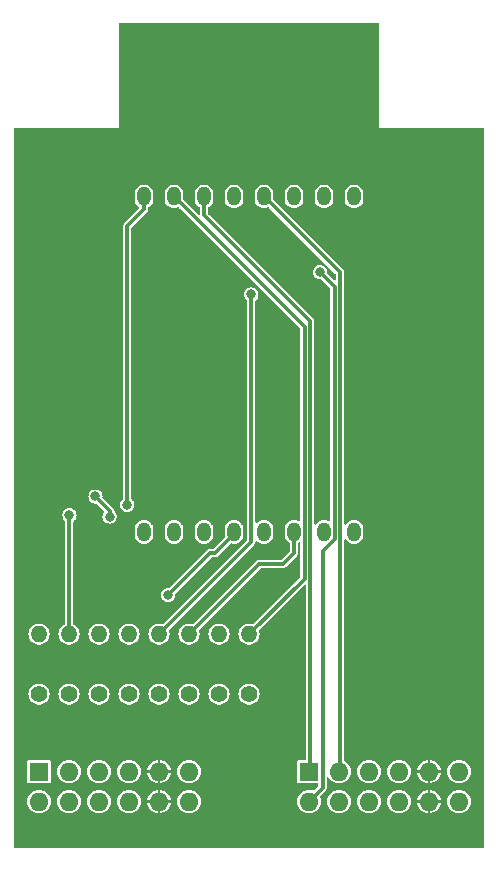
<source format=gbl>
G04 #@! TF.GenerationSoftware,KiCad,Pcbnew,(7.0.0)*
G04 #@! TF.CreationDate,2023-03-12T18:52:53+09:00*
G04 #@! TF.ProjectId,Pmod_MatrixLED,506d6f64-5f4d-4617-9472-69784c45442e,rev?*
G04 #@! TF.SameCoordinates,Original*
G04 #@! TF.FileFunction,Copper,L2,Bot*
G04 #@! TF.FilePolarity,Positive*
%FSLAX46Y46*%
G04 Gerber Fmt 4.6, Leading zero omitted, Abs format (unit mm)*
G04 Created by KiCad (PCBNEW (7.0.0)) date 2023-03-12 18:52:53*
%MOMM*%
%LPD*%
G01*
G04 APERTURE LIST*
G04 #@! TA.AperFunction,ComponentPad*
%ADD10R,1.600000X1.600000*%
G04 #@! TD*
G04 #@! TA.AperFunction,ComponentPad*
%ADD11O,1.600000X1.600000*%
G04 #@! TD*
G04 #@! TA.AperFunction,ComponentPad*
%ADD12C,1.400000*%
G04 #@! TD*
G04 #@! TA.AperFunction,ComponentPad*
%ADD13O,1.400000X1.400000*%
G04 #@! TD*
G04 #@! TA.AperFunction,ComponentPad*
%ADD14O,1.200000X1.600000*%
G04 #@! TD*
G04 #@! TA.AperFunction,ViaPad*
%ADD15C,0.800000*%
G04 #@! TD*
G04 #@! TA.AperFunction,Conductor*
%ADD16C,0.300000*%
G04 #@! TD*
G04 APERTURE END LIST*
D10*
G04 #@! TO.P,J1,1,Pin_1*
G04 #@! TO.N,/PMOD0_P1_CATHODE1*
X5079999Y-34489999D03*
D11*
G04 #@! TO.P,J1,2,Pin_2*
G04 #@! TO.N,/PMOD0_P2_CATHODE3*
X7619999Y-34489999D03*
G04 #@! TO.P,J1,3,Pin_3*
G04 #@! TO.N,/PMOD0_P3_CATHODE5*
X10159999Y-34489999D03*
G04 #@! TO.P,J1,4,Pin_4*
G04 #@! TO.N,/PMOD0_P4_CATHODE7*
X12699999Y-34489999D03*
G04 #@! TO.P,J1,5,Pin_5*
G04 #@! TO.N,GND*
X15239999Y-34489999D03*
G04 #@! TO.P,J1,6,Pin_6*
G04 #@! TO.N,+3V3*
X17779999Y-34489999D03*
G04 #@! TO.P,J1,7,Pin_7*
G04 #@! TO.N,/PMOD0_P7_CATHODE0*
X5079999Y-37029999D03*
G04 #@! TO.P,J1,8,Pin_8*
G04 #@! TO.N,/PMOD0_P8_CATHODE2*
X7619999Y-37029999D03*
G04 #@! TO.P,J1,9,Pin_9*
G04 #@! TO.N,/PMOD0_P9_CATHODE4*
X10159999Y-37029999D03*
G04 #@! TO.P,J1,10,Pin_10*
G04 #@! TO.N,/PMOD0_P10_CATHODE6*
X12699999Y-37029999D03*
G04 #@! TO.P,J1,11,Pin_11*
G04 #@! TO.N,GND*
X15239999Y-37029999D03*
G04 #@! TO.P,J1,12,Pin_12*
G04 #@! TO.N,+3V3*
X17779999Y-37029999D03*
G04 #@! TD*
D12*
G04 #@! TO.P,R8,1*
G04 #@! TO.N,/PMOD1_P4_ANODE7*
X-2540000Y-27940000D03*
D13*
G04 #@! TO.P,R8,2*
G04 #@! TO.N,Net-(U1-COL8)*
X-2539999Y-22859999D03*
G04 #@! TD*
D12*
G04 #@! TO.P,R4,1*
G04 #@! TO.N,/PMOD1_P2_ANODE3*
X-12700000Y-27940000D03*
D13*
G04 #@! TO.P,R4,2*
G04 #@! TO.N,Net-(U1-COL4)*
X-12699999Y-22859999D03*
G04 #@! TD*
D12*
G04 #@! TO.P,R2,1*
G04 #@! TO.N,/PMOD1_P1_ANODE1*
X-17780000Y-27940000D03*
D13*
G04 #@! TO.P,R2,2*
G04 #@! TO.N,Net-(U1-COL2)*
X-17779999Y-22859999D03*
G04 #@! TD*
D12*
G04 #@! TO.P,R3,1*
G04 #@! TO.N,/PMOD1_P8_ANODE2*
X-10160000Y-27940000D03*
D13*
G04 #@! TO.P,R3,2*
G04 #@! TO.N,Net-(U1-COL3)*
X-10159999Y-22859999D03*
G04 #@! TD*
D12*
G04 #@! TO.P,R1,1*
G04 #@! TO.N,/PMOD1_P7_ANODE0*
X-15240000Y-27940000D03*
D13*
G04 #@! TO.P,R1,2*
G04 #@! TO.N,Net-(U1-COL1)*
X-15239999Y-22859999D03*
G04 #@! TD*
D12*
G04 #@! TO.P,R6,1*
G04 #@! TO.N,/PMOD1_P3_ANODE5*
X-7620000Y-27940000D03*
D13*
G04 #@! TO.P,R6,2*
G04 #@! TO.N,Net-(U1-COL6)*
X-7619999Y-22859999D03*
G04 #@! TD*
D10*
G04 #@! TO.P,J2,1,Pin_1*
G04 #@! TO.N,/PMOD1_P1_ANODE1*
X-17779999Y-34489999D03*
D11*
G04 #@! TO.P,J2,2,Pin_2*
G04 #@! TO.N,/PMOD1_P2_ANODE3*
X-15239999Y-34489999D03*
G04 #@! TO.P,J2,3,Pin_3*
G04 #@! TO.N,/PMOD1_P3_ANODE5*
X-12699999Y-34489999D03*
G04 #@! TO.P,J2,4,Pin_4*
G04 #@! TO.N,/PMOD1_P4_ANODE7*
X-10159999Y-34489999D03*
G04 #@! TO.P,J2,5,Pin_5*
G04 #@! TO.N,GND*
X-7619999Y-34489999D03*
G04 #@! TO.P,J2,6,Pin_6*
G04 #@! TO.N,+3V3*
X-5079999Y-34489999D03*
G04 #@! TO.P,J2,7,Pin_7*
G04 #@! TO.N,/PMOD1_P7_ANODE0*
X-17779999Y-37029999D03*
G04 #@! TO.P,J2,8,Pin_8*
G04 #@! TO.N,/PMOD1_P8_ANODE2*
X-15239999Y-37029999D03*
G04 #@! TO.P,J2,9,Pin_9*
G04 #@! TO.N,/PMOD1_P9_ANODE4*
X-12699999Y-37029999D03*
G04 #@! TO.P,J2,10,Pin_10*
G04 #@! TO.N,/PMOD1_P10_ANODE6*
X-10159999Y-37029999D03*
G04 #@! TO.P,J2,11,Pin_11*
G04 #@! TO.N,GND*
X-7619999Y-37029999D03*
G04 #@! TO.P,J2,12,Pin_12*
G04 #@! TO.N,+3V3*
X-5079999Y-37029999D03*
G04 #@! TD*
D12*
G04 #@! TO.P,R5,1*
G04 #@! TO.N,/PMOD1_P9_ANODE4*
X-5080000Y-27940000D03*
D13*
G04 #@! TO.P,R5,2*
G04 #@! TO.N,Net-(U1-COL5)*
X-5079999Y-22859999D03*
G04 #@! TD*
D14*
G04 #@! TO.P,U1,1,ROW5*
G04 #@! TO.N,/PMOD0_P9_CATHODE4*
X-8889999Y-14199999D03*
G04 #@! TO.P,U1,2,ROW7*
G04 #@! TO.N,/PMOD0_P10_CATHODE6*
X-6349999Y-14199999D03*
G04 #@! TO.P,U1,3,COL2*
G04 #@! TO.N,Net-(U1-COL2)*
X-3809999Y-14199999D03*
G04 #@! TO.P,U1,4,COL3*
G04 #@! TO.N,Net-(U1-COL3)*
X-1269999Y-14199999D03*
G04 #@! TO.P,U1,5,ROW8*
G04 #@! TO.N,/PMOD0_P4_CATHODE7*
X1269999Y-14199999D03*
G04 #@! TO.P,U1,6,COL5*
G04 #@! TO.N,Net-(U1-COL5)*
X3809999Y-14199999D03*
G04 #@! TO.P,U1,7,ROW6*
G04 #@! TO.N,/PMOD0_P3_CATHODE5*
X6349999Y-14199999D03*
G04 #@! TO.P,U1,8,ROW3*
G04 #@! TO.N,/PMOD0_P8_CATHODE2*
X8889999Y-14199999D03*
G04 #@! TO.P,U1,9,ROW1*
G04 #@! TO.N,/PMOD0_P7_CATHODE0*
X8889999Y14199999D03*
G04 #@! TO.P,U1,10,COL4*
G04 #@! TO.N,Net-(U1-COL4)*
X6349999Y14199999D03*
G04 #@! TO.P,U1,11,COL6*
G04 #@! TO.N,Net-(U1-COL6)*
X3809999Y14199999D03*
G04 #@! TO.P,U1,12,ROW4*
G04 #@! TO.N,/PMOD0_P2_CATHODE3*
X1269999Y14199999D03*
G04 #@! TO.P,U1,13,COL1*
G04 #@! TO.N,Net-(U1-COL1)*
X-1269999Y14199999D03*
G04 #@! TO.P,U1,14,ROW2*
G04 #@! TO.N,/PMOD0_P1_CATHODE1*
X-3809999Y14199999D03*
G04 #@! TO.P,U1,15,COL7*
G04 #@! TO.N,Net-(U1-COL7)*
X-6349999Y14199999D03*
G04 #@! TO.P,U1,16,COL8*
G04 #@! TO.N,Net-(U1-COL8)*
X-8889999Y14199999D03*
G04 #@! TD*
D12*
G04 #@! TO.P,R7,1*
G04 #@! TO.N,/PMOD1_P10_ANODE6*
X0Y-27940000D03*
D13*
G04 #@! TO.P,R7,2*
G04 #@! TO.N,Net-(U1-COL7)*
X0Y-22859999D03*
G04 #@! TD*
D15*
G04 #@! TO.N,GND*
X-1100000Y-17700000D03*
X-11900000Y-10000000D03*
X1800000Y12500000D03*
X4000000Y-32700000D03*
X8700000Y-11000000D03*
X1100000Y-11500000D03*
X-16700000Y-17700000D03*
X4700000Y9400000D03*
X-2100000Y8700000D03*
X4300000Y-20000000D03*
X-16000000Y-14100000D03*
X11100000Y-14100000D03*
X3000000Y7100000D03*
X2400000Y-21900000D03*
X-2500000Y-13200000D03*
X-7700000Y-15300000D03*
X11400000Y-33000000D03*
X-7900000Y-18900000D03*
X6700000Y9900000D03*
X900000Y9100000D03*
X-900000Y7500000D03*
X2300000Y-34900000D03*
X6200000Y-11000000D03*
X3900000Y2600000D03*
X-600000Y-11600000D03*
X200000Y-18900000D03*
X-300000Y10300000D03*
X1200000Y5100000D03*
X-5400000Y-16800000D03*
X1500000Y-20200000D03*
X-13900000Y-12100000D03*
X-11300000Y-14000000D03*
X3700000Y-11000000D03*
X-13500000Y-14300000D03*
G04 #@! TO.N,Net-(U1-COL1)*
X-15200000Y-12800000D03*
G04 #@! TO.N,/PMOD0_P7_CATHODE0*
X6000000Y7800000D03*
G04 #@! TO.N,Net-(U1-COL3)*
X-6844622Y-19544622D03*
G04 #@! TO.N,Net-(U1-COL4)*
X-11800000Y-12900000D03*
X-13000000Y-11200000D03*
G04 #@! TO.N,Net-(U1-COL6)*
X200000Y5900000D03*
G04 #@! TO.N,Net-(U1-COL8)*
X-10300000Y-11900000D03*
G04 #@! TD*
D16*
G04 #@! TO.N,/PMOD0_P1_CATHODE1*
X5159031Y-34410969D02*
X5159031Y3640969D01*
X5080000Y-34490000D02*
X5159031Y-34410969D01*
X-3810000Y12610000D02*
X-3810000Y14200000D01*
X5159031Y3640969D02*
X-3810000Y12610000D01*
G04 #@! TO.N,/PMOD0_P2_CATHODE3*
X7620000Y-34490000D02*
X7699030Y-34410970D01*
X7699030Y7770970D02*
X1270000Y14200000D01*
X7699030Y-34410970D02*
X7699030Y7770970D01*
G04 #@! TO.N,Net-(U1-COL1)*
X-15240000Y-12840000D02*
X-15200000Y-12800000D01*
X-15240000Y-22860000D02*
X-15240000Y-12840000D01*
G04 #@! TO.N,/PMOD0_P7_CATHODE0*
X7249520Y6550480D02*
X6000000Y7800000D01*
X6229511Y-35880489D02*
X6229511Y-30870489D01*
X6229511Y-30870489D02*
X6229511Y-15792602D01*
X6229511Y-15792602D02*
X7249520Y-14772593D01*
X5080000Y-37030000D02*
X6229511Y-35880489D01*
X7249520Y-14772593D02*
X7249520Y6550480D01*
G04 #@! TO.N,Net-(U1-COL3)*
X-2870000Y-16000000D02*
X-3300000Y-16000000D01*
X-1270000Y-14200000D02*
X-1270000Y-14400000D01*
X-1270000Y-14400000D02*
X-2870000Y-16000000D01*
X-3300000Y-16000000D02*
X-6844622Y-19544622D01*
G04 #@! TO.N,Net-(U1-COL4)*
X-11800000Y-12900000D02*
X-11800000Y-12400000D01*
X-11800000Y-12400000D02*
X-13000000Y-11200000D01*
G04 #@! TO.N,Net-(U1-COL5)*
X2900000Y-16900000D02*
X3810000Y-15990000D01*
X880000Y-16900000D02*
X2900000Y-16900000D01*
X-5080000Y-22860000D02*
X880000Y-16900000D01*
X3810000Y-15990000D02*
X3810000Y-14200000D01*
G04 #@! TO.N,Net-(U1-COL6)*
X-7620000Y-22860000D02*
X-160000Y-15400000D01*
X200000Y-15040000D02*
X200000Y5900000D01*
X-160000Y-15400000D02*
X200000Y-15040000D01*
G04 #@! TO.N,Net-(U1-COL7)*
X4709520Y3140480D02*
X-6350000Y14200000D01*
X4709520Y-18150480D02*
X4709520Y3140480D01*
X0Y-22860000D02*
X4709520Y-18150480D01*
G04 #@! TO.N,Net-(U1-COL8)*
X-10300000Y11700000D02*
X-8890000Y13110000D01*
X-10300000Y-11900000D02*
X-10300000Y11700000D01*
X-8890000Y13110000D02*
X-8890000Y14200000D01*
G04 #@! TD*
G04 #@! TA.AperFunction,Conductor*
G04 #@! TO.N,GND*
G36*
X10950500Y28911237D02*
G01*
X10986737Y28875000D01*
X11000000Y28825500D01*
X11000000Y20000000D01*
X19825500Y20000000D01*
X19875000Y19986737D01*
X19911237Y19950500D01*
X19924500Y19901000D01*
X19924500Y-40825500D01*
X19911237Y-40875000D01*
X19875000Y-40911237D01*
X19825500Y-40924500D01*
X-19825500Y-40924500D01*
X-19875000Y-40911237D01*
X-19911237Y-40875000D01*
X-19924500Y-40825500D01*
X-19924500Y-37030000D01*
X-18785341Y-37030000D01*
X-18766024Y-37226132D01*
X-18708814Y-37414727D01*
X-18615910Y-37588538D01*
X-18490883Y-37740883D01*
X-18338538Y-37865910D01*
X-18164727Y-37958814D01*
X-17976132Y-38016024D01*
X-17780000Y-38035341D01*
X-17583868Y-38016024D01*
X-17395273Y-37958814D01*
X-17221462Y-37865910D01*
X-17069117Y-37740883D01*
X-16944090Y-37588538D01*
X-16851186Y-37414727D01*
X-16793976Y-37226132D01*
X-16774659Y-37030000D01*
X-16245341Y-37030000D01*
X-16226024Y-37226132D01*
X-16168814Y-37414727D01*
X-16075910Y-37588538D01*
X-15950883Y-37740883D01*
X-15798538Y-37865910D01*
X-15624727Y-37958814D01*
X-15436132Y-38016024D01*
X-15240000Y-38035341D01*
X-15043868Y-38016024D01*
X-14855273Y-37958814D01*
X-14681462Y-37865910D01*
X-14529117Y-37740883D01*
X-14404090Y-37588538D01*
X-14311186Y-37414727D01*
X-14253976Y-37226132D01*
X-14234659Y-37030000D01*
X-13705341Y-37030000D01*
X-13686024Y-37226132D01*
X-13628814Y-37414727D01*
X-13535910Y-37588538D01*
X-13410883Y-37740883D01*
X-13258538Y-37865910D01*
X-13084727Y-37958814D01*
X-12896132Y-38016024D01*
X-12700000Y-38035341D01*
X-12503868Y-38016024D01*
X-12315273Y-37958814D01*
X-12141462Y-37865910D01*
X-11989117Y-37740883D01*
X-11864090Y-37588538D01*
X-11771186Y-37414727D01*
X-11713976Y-37226132D01*
X-11694659Y-37030000D01*
X-11165341Y-37030000D01*
X-11146024Y-37226132D01*
X-11088814Y-37414727D01*
X-10995910Y-37588538D01*
X-10870883Y-37740883D01*
X-10718538Y-37865910D01*
X-10544727Y-37958814D01*
X-10356132Y-38016024D01*
X-10160000Y-38035341D01*
X-9963868Y-38016024D01*
X-9775273Y-37958814D01*
X-9601462Y-37865910D01*
X-9449117Y-37740883D01*
X-9324090Y-37588538D01*
X-9231186Y-37414727D01*
X-9173976Y-37226132D01*
X-9165866Y-37143791D01*
X-8613631Y-37143791D01*
X-8606008Y-37221190D01*
X-8604118Y-37230690D01*
X-8549762Y-37409878D01*
X-8546055Y-37418827D01*
X-8457784Y-37583971D01*
X-8452409Y-37592015D01*
X-8333617Y-37736763D01*
X-8326763Y-37743617D01*
X-8182015Y-37862409D01*
X-8173971Y-37867784D01*
X-8008827Y-37956055D01*
X-7999878Y-37959762D01*
X-7820690Y-38014118D01*
X-7811190Y-38016008D01*
X-7733791Y-38023631D01*
X-7723009Y-38021669D01*
X-7720000Y-38011131D01*
X-7520000Y-38011131D01*
X-7516990Y-38021669D01*
X-7506208Y-38023631D01*
X-7428809Y-38016008D01*
X-7419309Y-38014118D01*
X-7240121Y-37959762D01*
X-7231172Y-37956055D01*
X-7066028Y-37867784D01*
X-7057984Y-37862409D01*
X-6913236Y-37743617D01*
X-6906382Y-37736763D01*
X-6787590Y-37592015D01*
X-6782215Y-37583971D01*
X-6693944Y-37418827D01*
X-6690237Y-37409878D01*
X-6635881Y-37230690D01*
X-6633991Y-37221190D01*
X-6626368Y-37143791D01*
X-6628330Y-37133009D01*
X-6638869Y-37130000D01*
X-7506967Y-37130000D01*
X-7517245Y-37132754D01*
X-7520000Y-37143033D01*
X-7520000Y-38011131D01*
X-7720000Y-38011131D01*
X-7720000Y-37143033D01*
X-7722754Y-37132754D01*
X-7733033Y-37130000D01*
X-8601131Y-37130000D01*
X-8611669Y-37133009D01*
X-8613631Y-37143791D01*
X-9165866Y-37143791D01*
X-9154659Y-37030000D01*
X-6085341Y-37030000D01*
X-6066024Y-37226132D01*
X-6008814Y-37414727D01*
X-5915910Y-37588538D01*
X-5790883Y-37740883D01*
X-5638538Y-37865910D01*
X-5464727Y-37958814D01*
X-5276132Y-38016024D01*
X-5080000Y-38035341D01*
X-4883868Y-38016024D01*
X-4695273Y-37958814D01*
X-4521462Y-37865910D01*
X-4369117Y-37740883D01*
X-4244090Y-37588538D01*
X-4151186Y-37414727D01*
X-4093976Y-37226132D01*
X-4074659Y-37030000D01*
X-4093976Y-36833868D01*
X-4095386Y-36829217D01*
X-4095388Y-36829211D01*
X-4149773Y-36649929D01*
X-4149775Y-36649923D01*
X-4151186Y-36645273D01*
X-4153477Y-36640985D01*
X-4153480Y-36640980D01*
X-4241798Y-36475750D01*
X-4241798Y-36475749D01*
X-4244090Y-36471462D01*
X-4247168Y-36467711D01*
X-4247173Y-36467704D01*
X-4366027Y-36322881D01*
X-4366032Y-36322875D01*
X-4369117Y-36319117D01*
X-4372875Y-36316032D01*
X-4372881Y-36316027D01*
X-4517704Y-36197173D01*
X-4517711Y-36197168D01*
X-4521462Y-36194090D01*
X-4610661Y-36146412D01*
X-4690980Y-36103480D01*
X-4690985Y-36103477D01*
X-4695273Y-36101186D01*
X-4699923Y-36099775D01*
X-4699929Y-36099773D01*
X-4879211Y-36045388D01*
X-4879217Y-36045386D01*
X-4883868Y-36043976D01*
X-4888708Y-36043499D01*
X-4888710Y-36043499D01*
X-5075157Y-36025136D01*
X-5080000Y-36024659D01*
X-5084843Y-36025136D01*
X-5262120Y-36042596D01*
X-5276132Y-36043976D01*
X-5280784Y-36045387D01*
X-5280788Y-36045388D01*
X-5460070Y-36099773D01*
X-5460072Y-36099774D01*
X-5464727Y-36101186D01*
X-5469017Y-36103479D01*
X-5469019Y-36103480D01*
X-5486728Y-36112946D01*
X-5638538Y-36194090D01*
X-5790883Y-36319117D01*
X-5915910Y-36471462D01*
X-6008814Y-36645273D01*
X-6066024Y-36833868D01*
X-6085341Y-37030000D01*
X-9154659Y-37030000D01*
X-9165866Y-36916208D01*
X-8613631Y-36916208D01*
X-8611669Y-36926990D01*
X-8601131Y-36930000D01*
X-7733033Y-36930000D01*
X-7722754Y-36927245D01*
X-7720000Y-36916967D01*
X-7520000Y-36916967D01*
X-7517245Y-36927245D01*
X-7506967Y-36930000D01*
X-6638869Y-36930000D01*
X-6628330Y-36926990D01*
X-6626368Y-36916208D01*
X-6633991Y-36838809D01*
X-6635881Y-36829309D01*
X-6690237Y-36650121D01*
X-6693944Y-36641172D01*
X-6782215Y-36476028D01*
X-6787590Y-36467984D01*
X-6906382Y-36323236D01*
X-6913236Y-36316382D01*
X-7057984Y-36197590D01*
X-7066028Y-36192215D01*
X-7231172Y-36103944D01*
X-7240121Y-36100237D01*
X-7419309Y-36045881D01*
X-7428809Y-36043991D01*
X-7506208Y-36036368D01*
X-7516990Y-36038330D01*
X-7520000Y-36048869D01*
X-7520000Y-36916967D01*
X-7720000Y-36916967D01*
X-7720000Y-36048869D01*
X-7723009Y-36038330D01*
X-7733791Y-36036368D01*
X-7811190Y-36043991D01*
X-7820690Y-36045881D01*
X-7999878Y-36100237D01*
X-8008827Y-36103944D01*
X-8173971Y-36192215D01*
X-8182015Y-36197590D01*
X-8326763Y-36316382D01*
X-8333617Y-36323236D01*
X-8452409Y-36467984D01*
X-8457784Y-36476028D01*
X-8546055Y-36641172D01*
X-8549762Y-36650121D01*
X-8604118Y-36829309D01*
X-8606008Y-36838809D01*
X-8613631Y-36916208D01*
X-9165866Y-36916208D01*
X-9173976Y-36833868D01*
X-9175386Y-36829217D01*
X-9175388Y-36829211D01*
X-9229773Y-36649929D01*
X-9229775Y-36649923D01*
X-9231186Y-36645273D01*
X-9233477Y-36640985D01*
X-9233480Y-36640980D01*
X-9321798Y-36475750D01*
X-9321798Y-36475749D01*
X-9324090Y-36471462D01*
X-9327168Y-36467711D01*
X-9327173Y-36467704D01*
X-9446027Y-36322881D01*
X-9446032Y-36322875D01*
X-9449117Y-36319117D01*
X-9452875Y-36316032D01*
X-9452881Y-36316027D01*
X-9597704Y-36197173D01*
X-9597711Y-36197168D01*
X-9601462Y-36194090D01*
X-9690661Y-36146412D01*
X-9770980Y-36103480D01*
X-9770985Y-36103477D01*
X-9775273Y-36101186D01*
X-9779923Y-36099775D01*
X-9779929Y-36099773D01*
X-9959211Y-36045388D01*
X-9959217Y-36045386D01*
X-9963868Y-36043976D01*
X-9968708Y-36043499D01*
X-9968710Y-36043499D01*
X-10155157Y-36025136D01*
X-10160000Y-36024659D01*
X-10164843Y-36025136D01*
X-10342120Y-36042596D01*
X-10356132Y-36043976D01*
X-10360784Y-36045387D01*
X-10360788Y-36045388D01*
X-10540070Y-36099773D01*
X-10540072Y-36099774D01*
X-10544727Y-36101186D01*
X-10549017Y-36103479D01*
X-10549019Y-36103480D01*
X-10566728Y-36112946D01*
X-10718538Y-36194090D01*
X-10870883Y-36319117D01*
X-10995910Y-36471462D01*
X-11088814Y-36645273D01*
X-11146024Y-36833868D01*
X-11165341Y-37030000D01*
X-11694659Y-37030000D01*
X-11713976Y-36833868D01*
X-11715386Y-36829217D01*
X-11715388Y-36829211D01*
X-11769773Y-36649929D01*
X-11769775Y-36649923D01*
X-11771186Y-36645273D01*
X-11773477Y-36640985D01*
X-11773480Y-36640980D01*
X-11861798Y-36475750D01*
X-11861798Y-36475749D01*
X-11864090Y-36471462D01*
X-11867168Y-36467711D01*
X-11867173Y-36467704D01*
X-11986027Y-36322881D01*
X-11986032Y-36322875D01*
X-11989117Y-36319117D01*
X-11992875Y-36316032D01*
X-11992881Y-36316027D01*
X-12137704Y-36197173D01*
X-12137711Y-36197168D01*
X-12141462Y-36194090D01*
X-12230661Y-36146412D01*
X-12310980Y-36103480D01*
X-12310985Y-36103477D01*
X-12315273Y-36101186D01*
X-12319923Y-36099775D01*
X-12319929Y-36099773D01*
X-12499211Y-36045388D01*
X-12499217Y-36045386D01*
X-12503868Y-36043976D01*
X-12508708Y-36043499D01*
X-12508710Y-36043499D01*
X-12695157Y-36025136D01*
X-12700000Y-36024659D01*
X-12704843Y-36025136D01*
X-12882120Y-36042596D01*
X-12896132Y-36043976D01*
X-12900784Y-36045387D01*
X-12900788Y-36045388D01*
X-13080070Y-36099773D01*
X-13080072Y-36099774D01*
X-13084727Y-36101186D01*
X-13089017Y-36103479D01*
X-13089019Y-36103480D01*
X-13106728Y-36112946D01*
X-13258538Y-36194090D01*
X-13410883Y-36319117D01*
X-13535910Y-36471462D01*
X-13628814Y-36645273D01*
X-13686024Y-36833868D01*
X-13705341Y-37030000D01*
X-14234659Y-37030000D01*
X-14253976Y-36833868D01*
X-14255386Y-36829217D01*
X-14255388Y-36829211D01*
X-14309773Y-36649929D01*
X-14309775Y-36649923D01*
X-14311186Y-36645273D01*
X-14313477Y-36640985D01*
X-14313480Y-36640980D01*
X-14401798Y-36475750D01*
X-14401798Y-36475749D01*
X-14404090Y-36471462D01*
X-14407168Y-36467711D01*
X-14407173Y-36467704D01*
X-14526027Y-36322881D01*
X-14526032Y-36322875D01*
X-14529117Y-36319117D01*
X-14532875Y-36316032D01*
X-14532881Y-36316027D01*
X-14677704Y-36197173D01*
X-14677711Y-36197168D01*
X-14681462Y-36194090D01*
X-14770661Y-36146412D01*
X-14850980Y-36103480D01*
X-14850985Y-36103477D01*
X-14855273Y-36101186D01*
X-14859923Y-36099775D01*
X-14859929Y-36099773D01*
X-15039211Y-36045388D01*
X-15039217Y-36045386D01*
X-15043868Y-36043976D01*
X-15048708Y-36043499D01*
X-15048710Y-36043499D01*
X-15235157Y-36025136D01*
X-15240000Y-36024659D01*
X-15244843Y-36025136D01*
X-15422120Y-36042596D01*
X-15436132Y-36043976D01*
X-15440784Y-36045387D01*
X-15440788Y-36045388D01*
X-15620070Y-36099773D01*
X-15620072Y-36099774D01*
X-15624727Y-36101186D01*
X-15629017Y-36103479D01*
X-15629019Y-36103480D01*
X-15646728Y-36112946D01*
X-15798538Y-36194090D01*
X-15950883Y-36319117D01*
X-16075910Y-36471462D01*
X-16168814Y-36645273D01*
X-16226024Y-36833868D01*
X-16245341Y-37030000D01*
X-16774659Y-37030000D01*
X-16793976Y-36833868D01*
X-16795386Y-36829217D01*
X-16795388Y-36829211D01*
X-16849773Y-36649929D01*
X-16849775Y-36649923D01*
X-16851186Y-36645273D01*
X-16853477Y-36640985D01*
X-16853480Y-36640980D01*
X-16941798Y-36475750D01*
X-16941798Y-36475749D01*
X-16944090Y-36471462D01*
X-16947168Y-36467711D01*
X-16947173Y-36467704D01*
X-17066027Y-36322881D01*
X-17066032Y-36322875D01*
X-17069117Y-36319117D01*
X-17072875Y-36316032D01*
X-17072881Y-36316027D01*
X-17217704Y-36197173D01*
X-17217711Y-36197168D01*
X-17221462Y-36194090D01*
X-17310661Y-36146412D01*
X-17390980Y-36103480D01*
X-17390985Y-36103477D01*
X-17395273Y-36101186D01*
X-17399923Y-36099775D01*
X-17399929Y-36099773D01*
X-17579211Y-36045388D01*
X-17579217Y-36045386D01*
X-17583868Y-36043976D01*
X-17588708Y-36043499D01*
X-17588710Y-36043499D01*
X-17775157Y-36025136D01*
X-17780000Y-36024659D01*
X-17784843Y-36025136D01*
X-17962120Y-36042596D01*
X-17976132Y-36043976D01*
X-17980784Y-36045387D01*
X-17980788Y-36045388D01*
X-18160070Y-36099773D01*
X-18160072Y-36099774D01*
X-18164727Y-36101186D01*
X-18169017Y-36103479D01*
X-18169019Y-36103480D01*
X-18186728Y-36112946D01*
X-18338538Y-36194090D01*
X-18490883Y-36319117D01*
X-18615910Y-36471462D01*
X-18708814Y-36645273D01*
X-18766024Y-36833868D01*
X-18785341Y-37030000D01*
X-19924500Y-37030000D01*
X-19924500Y-35309748D01*
X-18780500Y-35309748D01*
X-18768867Y-35368231D01*
X-18724552Y-35434552D01*
X-18658231Y-35478867D01*
X-18599748Y-35490500D01*
X-16965110Y-35490500D01*
X-16960252Y-35490500D01*
X-16901769Y-35478867D01*
X-16835448Y-35434552D01*
X-16830028Y-35426441D01*
X-16796551Y-35376340D01*
X-16796550Y-35376338D01*
X-16791133Y-35368231D01*
X-16789230Y-35358666D01*
X-16780447Y-35314511D01*
X-16780446Y-35314506D01*
X-16779500Y-35309748D01*
X-16779500Y-34490000D01*
X-16245341Y-34490000D01*
X-16226024Y-34686132D01*
X-16168814Y-34874727D01*
X-16075910Y-35048538D01*
X-15950883Y-35200883D01*
X-15798538Y-35325910D01*
X-15624727Y-35418814D01*
X-15436132Y-35476024D01*
X-15240000Y-35495341D01*
X-15043868Y-35476024D01*
X-14855273Y-35418814D01*
X-14681462Y-35325910D01*
X-14529117Y-35200883D01*
X-14525736Y-35196763D01*
X-14407173Y-35052295D01*
X-14407171Y-35052292D01*
X-14404090Y-35048538D01*
X-14311186Y-34874727D01*
X-14253976Y-34686132D01*
X-14234659Y-34490000D01*
X-13705341Y-34490000D01*
X-13686024Y-34686132D01*
X-13628814Y-34874727D01*
X-13535910Y-35048538D01*
X-13410883Y-35200883D01*
X-13258538Y-35325910D01*
X-13084727Y-35418814D01*
X-12896132Y-35476024D01*
X-12700000Y-35495341D01*
X-12503868Y-35476024D01*
X-12315273Y-35418814D01*
X-12141462Y-35325910D01*
X-11989117Y-35200883D01*
X-11985736Y-35196763D01*
X-11867173Y-35052295D01*
X-11867171Y-35052292D01*
X-11864090Y-35048538D01*
X-11771186Y-34874727D01*
X-11713976Y-34686132D01*
X-11694659Y-34490000D01*
X-11165341Y-34490000D01*
X-11146024Y-34686132D01*
X-11088814Y-34874727D01*
X-10995910Y-35048538D01*
X-10870883Y-35200883D01*
X-10718538Y-35325910D01*
X-10544727Y-35418814D01*
X-10356132Y-35476024D01*
X-10160000Y-35495341D01*
X-9963868Y-35476024D01*
X-9775273Y-35418814D01*
X-9601462Y-35325910D01*
X-9449117Y-35200883D01*
X-9445736Y-35196763D01*
X-9327173Y-35052295D01*
X-9327171Y-35052292D01*
X-9324090Y-35048538D01*
X-9231186Y-34874727D01*
X-9173976Y-34686132D01*
X-9165866Y-34603791D01*
X-8613631Y-34603791D01*
X-8606008Y-34681190D01*
X-8604118Y-34690690D01*
X-8549762Y-34869878D01*
X-8546055Y-34878827D01*
X-8457784Y-35043971D01*
X-8452409Y-35052015D01*
X-8333617Y-35196763D01*
X-8326763Y-35203617D01*
X-8182015Y-35322409D01*
X-8173971Y-35327784D01*
X-8008827Y-35416055D01*
X-7999878Y-35419762D01*
X-7820690Y-35474118D01*
X-7811190Y-35476008D01*
X-7733791Y-35483631D01*
X-7723009Y-35481669D01*
X-7720000Y-35471131D01*
X-7520000Y-35471131D01*
X-7516990Y-35481669D01*
X-7506208Y-35483631D01*
X-7428809Y-35476008D01*
X-7419309Y-35474118D01*
X-7240121Y-35419762D01*
X-7231172Y-35416055D01*
X-7066028Y-35327784D01*
X-7057984Y-35322409D01*
X-6913236Y-35203617D01*
X-6906382Y-35196763D01*
X-6787590Y-35052015D01*
X-6782215Y-35043971D01*
X-6693944Y-34878827D01*
X-6690237Y-34869878D01*
X-6635881Y-34690690D01*
X-6633991Y-34681190D01*
X-6626368Y-34603791D01*
X-6628330Y-34593009D01*
X-6638869Y-34590000D01*
X-7506967Y-34590000D01*
X-7517245Y-34592754D01*
X-7520000Y-34603033D01*
X-7520000Y-35471131D01*
X-7720000Y-35471131D01*
X-7720000Y-34603033D01*
X-7722754Y-34592754D01*
X-7733033Y-34590000D01*
X-8601131Y-34590000D01*
X-8611669Y-34593009D01*
X-8613631Y-34603791D01*
X-9165866Y-34603791D01*
X-9154659Y-34490000D01*
X-6085341Y-34490000D01*
X-6066024Y-34686132D01*
X-6008814Y-34874727D01*
X-5915910Y-35048538D01*
X-5790883Y-35200883D01*
X-5638538Y-35325910D01*
X-5464727Y-35418814D01*
X-5276132Y-35476024D01*
X-5080000Y-35495341D01*
X-4883868Y-35476024D01*
X-4695273Y-35418814D01*
X-4521462Y-35325910D01*
X-4369117Y-35200883D01*
X-4365736Y-35196763D01*
X-4247173Y-35052295D01*
X-4247171Y-35052292D01*
X-4244090Y-35048538D01*
X-4151186Y-34874727D01*
X-4093976Y-34686132D01*
X-4074659Y-34490000D01*
X-4093976Y-34293868D01*
X-4095386Y-34289217D01*
X-4095388Y-34289211D01*
X-4149773Y-34109929D01*
X-4149775Y-34109923D01*
X-4151186Y-34105273D01*
X-4153477Y-34100985D01*
X-4153480Y-34100980D01*
X-4241798Y-33935750D01*
X-4241798Y-33935749D01*
X-4244090Y-33931462D01*
X-4247168Y-33927711D01*
X-4247173Y-33927704D01*
X-4366027Y-33782881D01*
X-4366032Y-33782875D01*
X-4369117Y-33779117D01*
X-4372875Y-33776032D01*
X-4372881Y-33776027D01*
X-4517704Y-33657173D01*
X-4517711Y-33657168D01*
X-4521462Y-33654090D01*
X-4582746Y-33621333D01*
X-4690980Y-33563480D01*
X-4690985Y-33563477D01*
X-4695273Y-33561186D01*
X-4699923Y-33559775D01*
X-4699929Y-33559773D01*
X-4879211Y-33505388D01*
X-4879217Y-33505386D01*
X-4883868Y-33503976D01*
X-4888708Y-33503499D01*
X-4888710Y-33503499D01*
X-5075157Y-33485136D01*
X-5080000Y-33484659D01*
X-5276132Y-33503976D01*
X-5280784Y-33505387D01*
X-5280788Y-33505388D01*
X-5460070Y-33559773D01*
X-5460072Y-33559774D01*
X-5464727Y-33561186D01*
X-5638538Y-33654090D01*
X-5642292Y-33657171D01*
X-5642295Y-33657173D01*
X-5664151Y-33675110D01*
X-5790883Y-33779117D01*
X-5915910Y-33931462D01*
X-6008814Y-34105273D01*
X-6066024Y-34293868D01*
X-6085341Y-34490000D01*
X-9154659Y-34490000D01*
X-9165866Y-34376208D01*
X-8613631Y-34376208D01*
X-8611669Y-34386990D01*
X-8601131Y-34390000D01*
X-7733033Y-34390000D01*
X-7722754Y-34387245D01*
X-7720000Y-34376967D01*
X-7520000Y-34376967D01*
X-7517245Y-34387245D01*
X-7506967Y-34390000D01*
X-6638869Y-34390000D01*
X-6628330Y-34386990D01*
X-6626368Y-34376208D01*
X-6633991Y-34298809D01*
X-6635881Y-34289309D01*
X-6690237Y-34110121D01*
X-6693944Y-34101172D01*
X-6782215Y-33936028D01*
X-6787590Y-33927984D01*
X-6906382Y-33783236D01*
X-6913236Y-33776382D01*
X-7057984Y-33657590D01*
X-7066028Y-33652215D01*
X-7231172Y-33563944D01*
X-7240121Y-33560237D01*
X-7419309Y-33505881D01*
X-7428809Y-33503991D01*
X-7506208Y-33496368D01*
X-7516990Y-33498330D01*
X-7520000Y-33508869D01*
X-7520000Y-34376967D01*
X-7720000Y-34376967D01*
X-7720000Y-33508869D01*
X-7723009Y-33498330D01*
X-7733791Y-33496368D01*
X-7811190Y-33503991D01*
X-7820690Y-33505881D01*
X-7999878Y-33560237D01*
X-8008827Y-33563944D01*
X-8173971Y-33652215D01*
X-8182015Y-33657590D01*
X-8326763Y-33776382D01*
X-8333617Y-33783236D01*
X-8452409Y-33927984D01*
X-8457784Y-33936028D01*
X-8546055Y-34101172D01*
X-8549762Y-34110121D01*
X-8604118Y-34289309D01*
X-8606008Y-34298809D01*
X-8613631Y-34376208D01*
X-9165866Y-34376208D01*
X-9173976Y-34293868D01*
X-9175386Y-34289217D01*
X-9175388Y-34289211D01*
X-9229773Y-34109929D01*
X-9229775Y-34109923D01*
X-9231186Y-34105273D01*
X-9233477Y-34100985D01*
X-9233480Y-34100980D01*
X-9321798Y-33935750D01*
X-9321798Y-33935749D01*
X-9324090Y-33931462D01*
X-9327168Y-33927711D01*
X-9327173Y-33927704D01*
X-9446027Y-33782881D01*
X-9446032Y-33782875D01*
X-9449117Y-33779117D01*
X-9452875Y-33776032D01*
X-9452881Y-33776027D01*
X-9597704Y-33657173D01*
X-9597711Y-33657168D01*
X-9601462Y-33654090D01*
X-9662746Y-33621333D01*
X-9770980Y-33563480D01*
X-9770985Y-33563477D01*
X-9775273Y-33561186D01*
X-9779923Y-33559775D01*
X-9779929Y-33559773D01*
X-9959211Y-33505388D01*
X-9959217Y-33505386D01*
X-9963868Y-33503976D01*
X-9968708Y-33503499D01*
X-9968710Y-33503499D01*
X-10155157Y-33485136D01*
X-10160000Y-33484659D01*
X-10356132Y-33503976D01*
X-10360784Y-33505387D01*
X-10360788Y-33505388D01*
X-10540070Y-33559773D01*
X-10540072Y-33559774D01*
X-10544727Y-33561186D01*
X-10718538Y-33654090D01*
X-10722292Y-33657171D01*
X-10722295Y-33657173D01*
X-10744151Y-33675110D01*
X-10870883Y-33779117D01*
X-10995910Y-33931462D01*
X-11088814Y-34105273D01*
X-11146024Y-34293868D01*
X-11165341Y-34490000D01*
X-11694659Y-34490000D01*
X-11713976Y-34293868D01*
X-11715386Y-34289217D01*
X-11715388Y-34289211D01*
X-11769773Y-34109929D01*
X-11769775Y-34109923D01*
X-11771186Y-34105273D01*
X-11773477Y-34100985D01*
X-11773480Y-34100980D01*
X-11861798Y-33935750D01*
X-11861798Y-33935749D01*
X-11864090Y-33931462D01*
X-11867168Y-33927711D01*
X-11867173Y-33927704D01*
X-11986027Y-33782881D01*
X-11986032Y-33782875D01*
X-11989117Y-33779117D01*
X-11992875Y-33776032D01*
X-11992881Y-33776027D01*
X-12137704Y-33657173D01*
X-12137711Y-33657168D01*
X-12141462Y-33654090D01*
X-12202746Y-33621333D01*
X-12310980Y-33563480D01*
X-12310985Y-33563477D01*
X-12315273Y-33561186D01*
X-12319923Y-33559775D01*
X-12319929Y-33559773D01*
X-12499211Y-33505388D01*
X-12499217Y-33505386D01*
X-12503868Y-33503976D01*
X-12508708Y-33503499D01*
X-12508710Y-33503499D01*
X-12695157Y-33485136D01*
X-12700000Y-33484659D01*
X-12896132Y-33503976D01*
X-12900784Y-33505387D01*
X-12900788Y-33505388D01*
X-13080070Y-33559773D01*
X-13080072Y-33559774D01*
X-13084727Y-33561186D01*
X-13258538Y-33654090D01*
X-13262292Y-33657171D01*
X-13262295Y-33657173D01*
X-13284151Y-33675110D01*
X-13410883Y-33779117D01*
X-13535910Y-33931462D01*
X-13628814Y-34105273D01*
X-13686024Y-34293868D01*
X-13705341Y-34490000D01*
X-14234659Y-34490000D01*
X-14253976Y-34293868D01*
X-14255386Y-34289217D01*
X-14255388Y-34289211D01*
X-14309773Y-34109929D01*
X-14309775Y-34109923D01*
X-14311186Y-34105273D01*
X-14313477Y-34100985D01*
X-14313480Y-34100980D01*
X-14401798Y-33935750D01*
X-14401798Y-33935749D01*
X-14404090Y-33931462D01*
X-14407168Y-33927711D01*
X-14407173Y-33927704D01*
X-14526027Y-33782881D01*
X-14526032Y-33782875D01*
X-14529117Y-33779117D01*
X-14532875Y-33776032D01*
X-14532881Y-33776027D01*
X-14677704Y-33657173D01*
X-14677711Y-33657168D01*
X-14681462Y-33654090D01*
X-14742746Y-33621333D01*
X-14850980Y-33563480D01*
X-14850985Y-33563477D01*
X-14855273Y-33561186D01*
X-14859923Y-33559775D01*
X-14859929Y-33559773D01*
X-15039211Y-33505388D01*
X-15039217Y-33505386D01*
X-15043868Y-33503976D01*
X-15048708Y-33503499D01*
X-15048710Y-33503499D01*
X-15235157Y-33485136D01*
X-15240000Y-33484659D01*
X-15436132Y-33503976D01*
X-15440784Y-33505387D01*
X-15440788Y-33505388D01*
X-15620070Y-33559773D01*
X-15620072Y-33559774D01*
X-15624727Y-33561186D01*
X-15798538Y-33654090D01*
X-15802292Y-33657171D01*
X-15802295Y-33657173D01*
X-15824151Y-33675110D01*
X-15950883Y-33779117D01*
X-16075910Y-33931462D01*
X-16168814Y-34105273D01*
X-16226024Y-34293868D01*
X-16245341Y-34490000D01*
X-16779500Y-34490000D01*
X-16779500Y-33670252D01*
X-16780446Y-33665494D01*
X-16780447Y-33665488D01*
X-16789230Y-33621333D01*
X-16789231Y-33621330D01*
X-16791133Y-33611769D01*
X-16796549Y-33603663D01*
X-16796551Y-33603659D01*
X-16830028Y-33553558D01*
X-16830030Y-33553555D01*
X-16835448Y-33545448D01*
X-16843555Y-33540030D01*
X-16843558Y-33540028D01*
X-16893659Y-33506551D01*
X-16893663Y-33506549D01*
X-16901769Y-33501133D01*
X-16911330Y-33499231D01*
X-16911333Y-33499230D01*
X-16955488Y-33490447D01*
X-16955494Y-33490446D01*
X-16960252Y-33489500D01*
X-18599748Y-33489500D01*
X-18604506Y-33490446D01*
X-18604511Y-33490447D01*
X-18648666Y-33499230D01*
X-18648667Y-33499230D01*
X-18658231Y-33501133D01*
X-18666338Y-33506550D01*
X-18666340Y-33506551D01*
X-18716441Y-33540028D01*
X-18724552Y-33545448D01*
X-18768867Y-33611769D01*
X-18780500Y-33670252D01*
X-18780500Y-35309748D01*
X-19924500Y-35309748D01*
X-19924500Y-27940000D01*
X-18685460Y-27940000D01*
X-18665674Y-28128256D01*
X-18607179Y-28308284D01*
X-18512533Y-28472216D01*
X-18385871Y-28612888D01*
X-18232730Y-28724151D01*
X-18059803Y-28801144D01*
X-17874646Y-28840500D01*
X-17690543Y-28840500D01*
X-17685354Y-28840500D01*
X-17500197Y-28801144D01*
X-17327270Y-28724151D01*
X-17174129Y-28612888D01*
X-17047467Y-28472216D01*
X-16952821Y-28308284D01*
X-16894326Y-28128256D01*
X-16893784Y-28123106D01*
X-16893783Y-28123098D01*
X-16875082Y-27945157D01*
X-16874540Y-27940000D01*
X-16145460Y-27940000D01*
X-16125674Y-28128256D01*
X-16067179Y-28308284D01*
X-15972533Y-28472216D01*
X-15845871Y-28612888D01*
X-15692730Y-28724151D01*
X-15519803Y-28801144D01*
X-15334646Y-28840500D01*
X-15150543Y-28840500D01*
X-15145354Y-28840500D01*
X-14960197Y-28801144D01*
X-14787270Y-28724151D01*
X-14634129Y-28612888D01*
X-14507467Y-28472216D01*
X-14412821Y-28308284D01*
X-14354326Y-28128256D01*
X-14353784Y-28123106D01*
X-14353783Y-28123098D01*
X-14335082Y-27945157D01*
X-14334540Y-27940000D01*
X-13605460Y-27940000D01*
X-13585674Y-28128256D01*
X-13527179Y-28308284D01*
X-13432533Y-28472216D01*
X-13305871Y-28612888D01*
X-13152730Y-28724151D01*
X-12979803Y-28801144D01*
X-12794646Y-28840500D01*
X-12610543Y-28840500D01*
X-12605354Y-28840500D01*
X-12420197Y-28801144D01*
X-12247270Y-28724151D01*
X-12094129Y-28612888D01*
X-11967467Y-28472216D01*
X-11872821Y-28308284D01*
X-11814326Y-28128256D01*
X-11813784Y-28123106D01*
X-11813783Y-28123098D01*
X-11795082Y-27945157D01*
X-11794540Y-27940000D01*
X-11065460Y-27940000D01*
X-11045674Y-28128256D01*
X-10987179Y-28308284D01*
X-10892533Y-28472216D01*
X-10765871Y-28612888D01*
X-10612730Y-28724151D01*
X-10439803Y-28801144D01*
X-10254646Y-28840500D01*
X-10070543Y-28840500D01*
X-10065354Y-28840500D01*
X-9880197Y-28801144D01*
X-9707270Y-28724151D01*
X-9554129Y-28612888D01*
X-9427467Y-28472216D01*
X-9332821Y-28308284D01*
X-9274326Y-28128256D01*
X-9273784Y-28123106D01*
X-9273783Y-28123098D01*
X-9255082Y-27945157D01*
X-9254540Y-27940000D01*
X-8525460Y-27940000D01*
X-8505674Y-28128256D01*
X-8447179Y-28308284D01*
X-8352533Y-28472216D01*
X-8225871Y-28612888D01*
X-8072730Y-28724151D01*
X-7899803Y-28801144D01*
X-7714646Y-28840500D01*
X-7530543Y-28840500D01*
X-7525354Y-28840500D01*
X-7340197Y-28801144D01*
X-7167270Y-28724151D01*
X-7014129Y-28612888D01*
X-6887467Y-28472216D01*
X-6792821Y-28308284D01*
X-6734326Y-28128256D01*
X-6733784Y-28123106D01*
X-6733783Y-28123098D01*
X-6715082Y-27945157D01*
X-6714540Y-27940000D01*
X-5985460Y-27940000D01*
X-5965674Y-28128256D01*
X-5907179Y-28308284D01*
X-5812533Y-28472216D01*
X-5685871Y-28612888D01*
X-5532730Y-28724151D01*
X-5359803Y-28801144D01*
X-5174646Y-28840500D01*
X-4990543Y-28840500D01*
X-4985354Y-28840500D01*
X-4800197Y-28801144D01*
X-4627270Y-28724151D01*
X-4474129Y-28612888D01*
X-4347467Y-28472216D01*
X-4252821Y-28308284D01*
X-4194326Y-28128256D01*
X-4193784Y-28123106D01*
X-4193783Y-28123098D01*
X-4175082Y-27945157D01*
X-4174540Y-27940000D01*
X-3445460Y-27940000D01*
X-3425674Y-28128256D01*
X-3367179Y-28308284D01*
X-3272533Y-28472216D01*
X-3145871Y-28612888D01*
X-2992730Y-28724151D01*
X-2819803Y-28801144D01*
X-2634646Y-28840500D01*
X-2450543Y-28840500D01*
X-2445354Y-28840500D01*
X-2260197Y-28801144D01*
X-2087270Y-28724151D01*
X-1934129Y-28612888D01*
X-1807467Y-28472216D01*
X-1712821Y-28308284D01*
X-1654326Y-28128256D01*
X-1653784Y-28123106D01*
X-1653783Y-28123098D01*
X-1635082Y-27945157D01*
X-1634540Y-27940000D01*
X-905460Y-27940000D01*
X-885674Y-28128256D01*
X-827179Y-28308284D01*
X-732533Y-28472216D01*
X-605871Y-28612888D01*
X-452730Y-28724151D01*
X-279803Y-28801144D01*
X-94646Y-28840500D01*
X89457Y-28840500D01*
X94646Y-28840500D01*
X279803Y-28801144D01*
X452730Y-28724151D01*
X605871Y-28612888D01*
X732533Y-28472216D01*
X827179Y-28308284D01*
X885674Y-28128256D01*
X905460Y-27940000D01*
X885674Y-27751744D01*
X827179Y-27571716D01*
X732533Y-27407784D01*
X605871Y-27267112D01*
X601681Y-27264068D01*
X601678Y-27264065D01*
X456920Y-27158893D01*
X456918Y-27158892D01*
X452730Y-27155849D01*
X447997Y-27153742D01*
X447996Y-27153741D01*
X284540Y-27080965D01*
X284539Y-27080964D01*
X279803Y-27078856D01*
X251306Y-27072799D01*
X99720Y-27040578D01*
X99715Y-27040577D01*
X94646Y-27039500D01*
X-94646Y-27039500D01*
X-99715Y-27040577D01*
X-99720Y-27040578D01*
X-251306Y-27072799D01*
X-279803Y-27078856D01*
X-284539Y-27080964D01*
X-284540Y-27080965D01*
X-447996Y-27153741D01*
X-447997Y-27153742D01*
X-452730Y-27155849D01*
X-456918Y-27158892D01*
X-456920Y-27158893D01*
X-601678Y-27264065D01*
X-601681Y-27264068D01*
X-605871Y-27267112D01*
X-732533Y-27407784D01*
X-827179Y-27571716D01*
X-885674Y-27751744D01*
X-905460Y-27940000D01*
X-1634540Y-27940000D01*
X-1635082Y-27934843D01*
X-1653783Y-27756901D01*
X-1653784Y-27756891D01*
X-1654326Y-27751744D01*
X-1655927Y-27746816D01*
X-1655928Y-27746812D01*
X-1711219Y-27576646D01*
X-1711219Y-27576644D01*
X-1712821Y-27571716D01*
X-1807467Y-27407784D01*
X-1810933Y-27403933D01*
X-1810938Y-27403928D01*
X-1930659Y-27270965D01*
X-1930662Y-27270961D01*
X-1934129Y-27267112D01*
X-1938313Y-27264071D01*
X-1938321Y-27264065D01*
X-2083079Y-27158893D01*
X-2083085Y-27158889D01*
X-2087270Y-27155849D01*
X-2091997Y-27153744D01*
X-2092003Y-27153741D01*
X-2255459Y-27080965D01*
X-2255463Y-27080963D01*
X-2260197Y-27078856D01*
X-2265266Y-27077778D01*
X-2265268Y-27077778D01*
X-2440279Y-27040578D01*
X-2440285Y-27040577D01*
X-2445354Y-27039500D01*
X-2634646Y-27039500D01*
X-2639715Y-27040577D01*
X-2639720Y-27040578D01*
X-2791306Y-27072799D01*
X-2819803Y-27078856D01*
X-2824539Y-27080964D01*
X-2824540Y-27080965D01*
X-2987996Y-27153741D01*
X-2987997Y-27153742D01*
X-2992730Y-27155849D01*
X-2996918Y-27158892D01*
X-2996920Y-27158893D01*
X-3141678Y-27264065D01*
X-3141681Y-27264068D01*
X-3145871Y-27267112D01*
X-3272533Y-27407784D01*
X-3367179Y-27571716D01*
X-3425674Y-27751744D01*
X-3445460Y-27940000D01*
X-4174540Y-27940000D01*
X-4175082Y-27934843D01*
X-4193783Y-27756901D01*
X-4193784Y-27756891D01*
X-4194326Y-27751744D01*
X-4195927Y-27746816D01*
X-4195928Y-27746812D01*
X-4251219Y-27576646D01*
X-4251219Y-27576644D01*
X-4252821Y-27571716D01*
X-4347467Y-27407784D01*
X-4350933Y-27403933D01*
X-4350938Y-27403928D01*
X-4470659Y-27270965D01*
X-4470662Y-27270961D01*
X-4474129Y-27267112D01*
X-4478313Y-27264071D01*
X-4478321Y-27264065D01*
X-4623079Y-27158893D01*
X-4623085Y-27158889D01*
X-4627270Y-27155849D01*
X-4631997Y-27153744D01*
X-4632003Y-27153741D01*
X-4795459Y-27080965D01*
X-4795463Y-27080963D01*
X-4800197Y-27078856D01*
X-4805266Y-27077778D01*
X-4805268Y-27077778D01*
X-4980279Y-27040578D01*
X-4980285Y-27040577D01*
X-4985354Y-27039500D01*
X-5174646Y-27039500D01*
X-5179715Y-27040577D01*
X-5179720Y-27040578D01*
X-5331306Y-27072799D01*
X-5359803Y-27078856D01*
X-5364539Y-27080964D01*
X-5364540Y-27080965D01*
X-5527996Y-27153741D01*
X-5527997Y-27153742D01*
X-5532730Y-27155849D01*
X-5536918Y-27158892D01*
X-5536920Y-27158893D01*
X-5681678Y-27264065D01*
X-5681681Y-27264068D01*
X-5685871Y-27267112D01*
X-5812533Y-27407784D01*
X-5907179Y-27571716D01*
X-5965674Y-27751744D01*
X-5985460Y-27940000D01*
X-6714540Y-27940000D01*
X-6715082Y-27934843D01*
X-6733783Y-27756901D01*
X-6733784Y-27756891D01*
X-6734326Y-27751744D01*
X-6735927Y-27746816D01*
X-6735928Y-27746812D01*
X-6791219Y-27576646D01*
X-6791219Y-27576644D01*
X-6792821Y-27571716D01*
X-6887467Y-27407784D01*
X-6890933Y-27403933D01*
X-6890938Y-27403928D01*
X-7010659Y-27270965D01*
X-7010662Y-27270961D01*
X-7014129Y-27267112D01*
X-7018313Y-27264071D01*
X-7018321Y-27264065D01*
X-7163079Y-27158893D01*
X-7163085Y-27158889D01*
X-7167270Y-27155849D01*
X-7171997Y-27153744D01*
X-7172003Y-27153741D01*
X-7335459Y-27080965D01*
X-7335463Y-27080963D01*
X-7340197Y-27078856D01*
X-7345266Y-27077778D01*
X-7345268Y-27077778D01*
X-7520279Y-27040578D01*
X-7520285Y-27040577D01*
X-7525354Y-27039500D01*
X-7714646Y-27039500D01*
X-7719715Y-27040577D01*
X-7719720Y-27040578D01*
X-7871306Y-27072799D01*
X-7899803Y-27078856D01*
X-7904539Y-27080964D01*
X-7904540Y-27080965D01*
X-8067996Y-27153741D01*
X-8067997Y-27153742D01*
X-8072730Y-27155849D01*
X-8076918Y-27158892D01*
X-8076920Y-27158893D01*
X-8221678Y-27264065D01*
X-8221681Y-27264068D01*
X-8225871Y-27267112D01*
X-8352533Y-27407784D01*
X-8447179Y-27571716D01*
X-8505674Y-27751744D01*
X-8525460Y-27940000D01*
X-9254540Y-27940000D01*
X-9255082Y-27934843D01*
X-9273783Y-27756901D01*
X-9273784Y-27756891D01*
X-9274326Y-27751744D01*
X-9275927Y-27746816D01*
X-9275928Y-27746812D01*
X-9331219Y-27576646D01*
X-9331219Y-27576644D01*
X-9332821Y-27571716D01*
X-9427467Y-27407784D01*
X-9430933Y-27403933D01*
X-9430938Y-27403928D01*
X-9550659Y-27270965D01*
X-9550662Y-27270961D01*
X-9554129Y-27267112D01*
X-9558313Y-27264071D01*
X-9558321Y-27264065D01*
X-9703079Y-27158893D01*
X-9703085Y-27158889D01*
X-9707270Y-27155849D01*
X-9711997Y-27153744D01*
X-9712003Y-27153741D01*
X-9875459Y-27080965D01*
X-9875463Y-27080963D01*
X-9880197Y-27078856D01*
X-9885266Y-27077778D01*
X-9885268Y-27077778D01*
X-10060279Y-27040578D01*
X-10060285Y-27040577D01*
X-10065354Y-27039500D01*
X-10254646Y-27039500D01*
X-10259715Y-27040577D01*
X-10259720Y-27040578D01*
X-10411306Y-27072799D01*
X-10439803Y-27078856D01*
X-10444539Y-27080964D01*
X-10444540Y-27080965D01*
X-10607996Y-27153741D01*
X-10607997Y-27153742D01*
X-10612730Y-27155849D01*
X-10616918Y-27158892D01*
X-10616920Y-27158893D01*
X-10761678Y-27264065D01*
X-10761681Y-27264068D01*
X-10765871Y-27267112D01*
X-10892533Y-27407784D01*
X-10987179Y-27571716D01*
X-11045674Y-27751744D01*
X-11065460Y-27940000D01*
X-11794540Y-27940000D01*
X-11795082Y-27934843D01*
X-11813783Y-27756901D01*
X-11813784Y-27756891D01*
X-11814326Y-27751744D01*
X-11815927Y-27746816D01*
X-11815928Y-27746812D01*
X-11871219Y-27576646D01*
X-11871219Y-27576644D01*
X-11872821Y-27571716D01*
X-11967467Y-27407784D01*
X-11970933Y-27403933D01*
X-11970938Y-27403928D01*
X-12090659Y-27270965D01*
X-12090662Y-27270961D01*
X-12094129Y-27267112D01*
X-12098313Y-27264071D01*
X-12098321Y-27264065D01*
X-12243079Y-27158893D01*
X-12243085Y-27158889D01*
X-12247270Y-27155849D01*
X-12251997Y-27153744D01*
X-12252003Y-27153741D01*
X-12415459Y-27080965D01*
X-12415463Y-27080963D01*
X-12420197Y-27078856D01*
X-12425266Y-27077778D01*
X-12425268Y-27077778D01*
X-12600279Y-27040578D01*
X-12600285Y-27040577D01*
X-12605354Y-27039500D01*
X-12794646Y-27039500D01*
X-12799715Y-27040577D01*
X-12799720Y-27040578D01*
X-12951306Y-27072799D01*
X-12979803Y-27078856D01*
X-12984539Y-27080964D01*
X-12984540Y-27080965D01*
X-13147996Y-27153741D01*
X-13147997Y-27153742D01*
X-13152730Y-27155849D01*
X-13156918Y-27158892D01*
X-13156920Y-27158893D01*
X-13301678Y-27264065D01*
X-13301681Y-27264068D01*
X-13305871Y-27267112D01*
X-13432533Y-27407784D01*
X-13527179Y-27571716D01*
X-13585674Y-27751744D01*
X-13605460Y-27940000D01*
X-14334540Y-27940000D01*
X-14335082Y-27934843D01*
X-14353783Y-27756901D01*
X-14353784Y-27756891D01*
X-14354326Y-27751744D01*
X-14355927Y-27746816D01*
X-14355928Y-27746812D01*
X-14411219Y-27576646D01*
X-14411219Y-27576644D01*
X-14412821Y-27571716D01*
X-14507467Y-27407784D01*
X-14510933Y-27403933D01*
X-14510938Y-27403928D01*
X-14630659Y-27270965D01*
X-14630662Y-27270961D01*
X-14634129Y-27267112D01*
X-14638313Y-27264071D01*
X-14638321Y-27264065D01*
X-14783079Y-27158893D01*
X-14783085Y-27158889D01*
X-14787270Y-27155849D01*
X-14791997Y-27153744D01*
X-14792003Y-27153741D01*
X-14955459Y-27080965D01*
X-14955463Y-27080963D01*
X-14960197Y-27078856D01*
X-14965266Y-27077778D01*
X-14965268Y-27077778D01*
X-15140279Y-27040578D01*
X-15140285Y-27040577D01*
X-15145354Y-27039500D01*
X-15334646Y-27039500D01*
X-15339715Y-27040577D01*
X-15339720Y-27040578D01*
X-15491306Y-27072799D01*
X-15519803Y-27078856D01*
X-15524539Y-27080964D01*
X-15524540Y-27080965D01*
X-15687996Y-27153741D01*
X-15687997Y-27153742D01*
X-15692730Y-27155849D01*
X-15696918Y-27158892D01*
X-15696920Y-27158893D01*
X-15841678Y-27264065D01*
X-15841681Y-27264068D01*
X-15845871Y-27267112D01*
X-15972533Y-27407784D01*
X-16067179Y-27571716D01*
X-16125674Y-27751744D01*
X-16145460Y-27940000D01*
X-16874540Y-27940000D01*
X-16875082Y-27934843D01*
X-16893783Y-27756901D01*
X-16893784Y-27756891D01*
X-16894326Y-27751744D01*
X-16895927Y-27746816D01*
X-16895928Y-27746812D01*
X-16951219Y-27576646D01*
X-16951219Y-27576644D01*
X-16952821Y-27571716D01*
X-17047467Y-27407784D01*
X-17050933Y-27403933D01*
X-17050938Y-27403928D01*
X-17170659Y-27270965D01*
X-17170662Y-27270961D01*
X-17174129Y-27267112D01*
X-17178313Y-27264071D01*
X-17178321Y-27264065D01*
X-17323079Y-27158893D01*
X-17323085Y-27158889D01*
X-17327270Y-27155849D01*
X-17331997Y-27153744D01*
X-17332003Y-27153741D01*
X-17495459Y-27080965D01*
X-17495463Y-27080963D01*
X-17500197Y-27078856D01*
X-17505266Y-27077778D01*
X-17505268Y-27077778D01*
X-17680279Y-27040578D01*
X-17680285Y-27040577D01*
X-17685354Y-27039500D01*
X-17874646Y-27039500D01*
X-17879715Y-27040577D01*
X-17879720Y-27040578D01*
X-18031306Y-27072799D01*
X-18059803Y-27078856D01*
X-18064539Y-27080964D01*
X-18064540Y-27080965D01*
X-18227996Y-27153741D01*
X-18227997Y-27153742D01*
X-18232730Y-27155849D01*
X-18236918Y-27158892D01*
X-18236920Y-27158893D01*
X-18381678Y-27264065D01*
X-18381681Y-27264068D01*
X-18385871Y-27267112D01*
X-18512533Y-27407784D01*
X-18607179Y-27571716D01*
X-18665674Y-27751744D01*
X-18685460Y-27940000D01*
X-19924500Y-27940000D01*
X-19924500Y-22860000D01*
X-18685460Y-22860000D01*
X-18665674Y-23048256D01*
X-18607179Y-23228284D01*
X-18512533Y-23392216D01*
X-18385871Y-23532888D01*
X-18232730Y-23644151D01*
X-18059803Y-23721144D01*
X-17874646Y-23760500D01*
X-17690543Y-23760500D01*
X-17685354Y-23760500D01*
X-17500197Y-23721144D01*
X-17327270Y-23644151D01*
X-17174129Y-23532888D01*
X-17047467Y-23392216D01*
X-16952821Y-23228284D01*
X-16894326Y-23048256D01*
X-16893784Y-23043106D01*
X-16893783Y-23043098D01*
X-16875082Y-22865157D01*
X-16874540Y-22860000D01*
X-16145460Y-22860000D01*
X-16125674Y-23048256D01*
X-16067179Y-23228284D01*
X-15972533Y-23392216D01*
X-15845871Y-23532888D01*
X-15692730Y-23644151D01*
X-15519803Y-23721144D01*
X-15334646Y-23760500D01*
X-15150543Y-23760500D01*
X-15145354Y-23760500D01*
X-14960197Y-23721144D01*
X-14787270Y-23644151D01*
X-14634129Y-23532888D01*
X-14507467Y-23392216D01*
X-14412821Y-23228284D01*
X-14354326Y-23048256D01*
X-14353784Y-23043106D01*
X-14353783Y-23043098D01*
X-14335082Y-22865157D01*
X-14334540Y-22860000D01*
X-13605460Y-22860000D01*
X-13585674Y-23048256D01*
X-13527179Y-23228284D01*
X-13432533Y-23392216D01*
X-13305871Y-23532888D01*
X-13152730Y-23644151D01*
X-12979803Y-23721144D01*
X-12794646Y-23760500D01*
X-12610543Y-23760500D01*
X-12605354Y-23760500D01*
X-12420197Y-23721144D01*
X-12247270Y-23644151D01*
X-12094129Y-23532888D01*
X-11967467Y-23392216D01*
X-11872821Y-23228284D01*
X-11814326Y-23048256D01*
X-11813784Y-23043106D01*
X-11813783Y-23043098D01*
X-11795082Y-22865157D01*
X-11794540Y-22860000D01*
X-11065460Y-22860000D01*
X-11045674Y-23048256D01*
X-10987179Y-23228284D01*
X-10892533Y-23392216D01*
X-10765871Y-23532888D01*
X-10612730Y-23644151D01*
X-10439803Y-23721144D01*
X-10254646Y-23760500D01*
X-10070543Y-23760500D01*
X-10065354Y-23760500D01*
X-9880197Y-23721144D01*
X-9707270Y-23644151D01*
X-9554129Y-23532888D01*
X-9427467Y-23392216D01*
X-9332821Y-23228284D01*
X-9274326Y-23048256D01*
X-9273784Y-23043106D01*
X-9273783Y-23043098D01*
X-9255082Y-22865157D01*
X-9254540Y-22860000D01*
X-8525460Y-22860000D01*
X-8505674Y-23048256D01*
X-8447179Y-23228284D01*
X-8352533Y-23392216D01*
X-8225871Y-23532888D01*
X-8072730Y-23644151D01*
X-7899803Y-23721144D01*
X-7714646Y-23760500D01*
X-7530543Y-23760500D01*
X-7525354Y-23760500D01*
X-7340197Y-23721144D01*
X-7167270Y-23644151D01*
X-7014129Y-23532888D01*
X-6887467Y-23392216D01*
X-6792821Y-23228284D01*
X-6734326Y-23048256D01*
X-6733784Y-23043106D01*
X-6733783Y-23043098D01*
X-6715082Y-22865157D01*
X-6714540Y-22860000D01*
X-6715082Y-22854843D01*
X-6733783Y-22676901D01*
X-6733784Y-22676891D01*
X-6734326Y-22671744D01*
X-6735928Y-22666812D01*
X-6735929Y-22666808D01*
X-6765051Y-22577178D01*
X-6767161Y-22523474D01*
X-6740900Y-22476582D01*
X-3376703Y-19112385D01*
X108375Y-15627307D01*
X108375Y-15627306D01*
X414882Y-15320798D01*
X430730Y-15307929D01*
X440669Y-15301437D01*
X459454Y-15277299D01*
X462905Y-15273394D01*
X462829Y-15273329D01*
X465469Y-15270210D01*
X468375Y-15267306D01*
X479890Y-15251176D01*
X482253Y-15248007D01*
X512517Y-15209126D01*
X514926Y-15202107D01*
X519240Y-15196066D01*
X533291Y-15148866D01*
X534508Y-15145068D01*
X550500Y-15098488D01*
X550500Y-15091065D01*
X552617Y-15083954D01*
X551484Y-15056575D01*
X566417Y-15000063D01*
X610630Y-14961824D01*
X668708Y-14955193D01*
X720403Y-14982481D01*
X767738Y-15029816D01*
X920478Y-15125789D01*
X1090745Y-15185368D01*
X1270000Y-15205565D01*
X1449255Y-15185368D01*
X1619522Y-15125789D01*
X1772262Y-15029816D01*
X1899816Y-14902262D01*
X1995789Y-14749522D01*
X2055368Y-14579255D01*
X2070500Y-14444954D01*
X2070500Y-13955046D01*
X2055368Y-13820745D01*
X1995789Y-13650478D01*
X1899816Y-13497738D01*
X1772262Y-13370184D01*
X1619522Y-13274211D01*
X1614271Y-13272373D01*
X1614270Y-13272373D01*
X1454503Y-13216468D01*
X1454500Y-13216467D01*
X1449255Y-13214632D01*
X1443738Y-13214010D01*
X1443732Y-13214009D01*
X1275520Y-13195057D01*
X1270000Y-13194435D01*
X1264480Y-13195057D01*
X1096267Y-13214009D01*
X1096259Y-13214010D01*
X1090745Y-13214632D01*
X1085501Y-13216466D01*
X1085496Y-13216468D01*
X925729Y-13272373D01*
X925724Y-13272375D01*
X920478Y-13274211D01*
X915771Y-13277168D01*
X915768Y-13277170D01*
X772446Y-13367225D01*
X772441Y-13367228D01*
X767738Y-13370184D01*
X763811Y-13374110D01*
X763807Y-13374114D01*
X719504Y-13418418D01*
X668814Y-13445512D01*
X611614Y-13439878D01*
X567185Y-13403415D01*
X550500Y-13348414D01*
X550500Y5363213D01*
X560710Y5407000D01*
X589233Y5441755D01*
X623129Y5467764D01*
X628282Y5471718D01*
X724536Y5597159D01*
X785044Y5743238D01*
X805682Y5900000D01*
X785044Y6056762D01*
X724536Y6202841D01*
X628282Y6328282D01*
X502841Y6424536D01*
X356762Y6485044D01*
X200000Y6505682D01*
X43238Y6485044D01*
X-102841Y6424536D01*
X-228282Y6328282D01*
X-324536Y6202841D01*
X-385044Y6056762D01*
X-405682Y5900000D01*
X-385044Y5743238D01*
X-324536Y5597159D01*
X-228282Y5471718D01*
X-223129Y5467764D01*
X-189233Y5441755D01*
X-160710Y5407000D01*
X-150500Y5363213D01*
X-150500Y-14853810D01*
X-158036Y-14891696D01*
X-179496Y-14923814D01*
X-7233077Y-21977395D01*
X-7279970Y-22003656D01*
X-7333674Y-22001545D01*
X-7335464Y-22000963D01*
X-7340197Y-21998856D01*
X-7345258Y-21997780D01*
X-7345265Y-21997778D01*
X-7520279Y-21960578D01*
X-7520285Y-21960577D01*
X-7525354Y-21959500D01*
X-7714646Y-21959500D01*
X-7719715Y-21960577D01*
X-7719720Y-21960578D01*
X-7871306Y-21992799D01*
X-7899803Y-21998856D01*
X-7904539Y-22000964D01*
X-7904540Y-22000965D01*
X-8067996Y-22073741D01*
X-8067997Y-22073742D01*
X-8072730Y-22075849D01*
X-8076918Y-22078892D01*
X-8076920Y-22078893D01*
X-8221678Y-22184065D01*
X-8221681Y-22184068D01*
X-8225871Y-22187112D01*
X-8352533Y-22327784D01*
X-8447179Y-22491716D01*
X-8505674Y-22671744D01*
X-8525460Y-22860000D01*
X-9254540Y-22860000D01*
X-9255082Y-22854843D01*
X-9273783Y-22676901D01*
X-9273784Y-22676891D01*
X-9274326Y-22671744D01*
X-9275927Y-22666816D01*
X-9275928Y-22666812D01*
X-9331219Y-22496646D01*
X-9331219Y-22496644D01*
X-9332821Y-22491716D01*
X-9341559Y-22476582D01*
X-9424874Y-22332275D01*
X-9424874Y-22332274D01*
X-9427467Y-22327784D01*
X-9430933Y-22323933D01*
X-9430938Y-22323928D01*
X-9550659Y-22190965D01*
X-9550662Y-22190961D01*
X-9554129Y-22187112D01*
X-9558313Y-22184071D01*
X-9558321Y-22184065D01*
X-9703079Y-22078893D01*
X-9703085Y-22078889D01*
X-9707270Y-22075849D01*
X-9711997Y-22073744D01*
X-9712003Y-22073741D01*
X-9875459Y-22000965D01*
X-9875463Y-22000963D01*
X-9880197Y-21998856D01*
X-9885266Y-21997778D01*
X-9885268Y-21997778D01*
X-10060279Y-21960578D01*
X-10060285Y-21960577D01*
X-10065354Y-21959500D01*
X-10254646Y-21959500D01*
X-10259715Y-21960577D01*
X-10259720Y-21960578D01*
X-10411306Y-21992799D01*
X-10439803Y-21998856D01*
X-10444539Y-22000964D01*
X-10444540Y-22000965D01*
X-10607996Y-22073741D01*
X-10607997Y-22073742D01*
X-10612730Y-22075849D01*
X-10616918Y-22078892D01*
X-10616920Y-22078893D01*
X-10761678Y-22184065D01*
X-10761681Y-22184068D01*
X-10765871Y-22187112D01*
X-10892533Y-22327784D01*
X-10987179Y-22491716D01*
X-11045674Y-22671744D01*
X-11065460Y-22860000D01*
X-11794540Y-22860000D01*
X-11795082Y-22854843D01*
X-11813783Y-22676901D01*
X-11813784Y-22676891D01*
X-11814326Y-22671744D01*
X-11815927Y-22666816D01*
X-11815928Y-22666812D01*
X-11871219Y-22496646D01*
X-11871219Y-22496644D01*
X-11872821Y-22491716D01*
X-11881559Y-22476582D01*
X-11964874Y-22332275D01*
X-11964874Y-22332274D01*
X-11967467Y-22327784D01*
X-11970933Y-22323933D01*
X-11970938Y-22323928D01*
X-12090659Y-22190965D01*
X-12090662Y-22190961D01*
X-12094129Y-22187112D01*
X-12098313Y-22184071D01*
X-12098321Y-22184065D01*
X-12243079Y-22078893D01*
X-12243085Y-22078889D01*
X-12247270Y-22075849D01*
X-12251997Y-22073744D01*
X-12252003Y-22073741D01*
X-12415459Y-22000965D01*
X-12415463Y-22000963D01*
X-12420197Y-21998856D01*
X-12425266Y-21997778D01*
X-12425268Y-21997778D01*
X-12600279Y-21960578D01*
X-12600285Y-21960577D01*
X-12605354Y-21959500D01*
X-12794646Y-21959500D01*
X-12799715Y-21960577D01*
X-12799720Y-21960578D01*
X-12951306Y-21992799D01*
X-12979803Y-21998856D01*
X-12984539Y-22000964D01*
X-12984540Y-22000965D01*
X-13147996Y-22073741D01*
X-13147997Y-22073742D01*
X-13152730Y-22075849D01*
X-13156918Y-22078892D01*
X-13156920Y-22078893D01*
X-13301678Y-22184065D01*
X-13301681Y-22184068D01*
X-13305871Y-22187112D01*
X-13432533Y-22327784D01*
X-13527179Y-22491716D01*
X-13585674Y-22671744D01*
X-13605460Y-22860000D01*
X-14334540Y-22860000D01*
X-14335082Y-22854843D01*
X-14353783Y-22676901D01*
X-14353784Y-22676891D01*
X-14354326Y-22671744D01*
X-14355927Y-22666816D01*
X-14355928Y-22666812D01*
X-14411219Y-22496646D01*
X-14411219Y-22496644D01*
X-14412821Y-22491716D01*
X-14421559Y-22476582D01*
X-14504874Y-22332275D01*
X-14504874Y-22332274D01*
X-14507467Y-22327784D01*
X-14510933Y-22323933D01*
X-14510938Y-22323928D01*
X-14630659Y-22190965D01*
X-14630662Y-22190961D01*
X-14634129Y-22187112D01*
X-14638313Y-22184071D01*
X-14638321Y-22184065D01*
X-14783079Y-22078893D01*
X-14783085Y-22078889D01*
X-14787270Y-22075849D01*
X-14791997Y-22073744D01*
X-14792003Y-22073741D01*
X-14821455Y-22060628D01*
X-14830767Y-22056482D01*
X-14873528Y-22019961D01*
X-14889500Y-21966042D01*
X-14889500Y-19544622D01*
X-7450304Y-19544622D01*
X-7429666Y-19701384D01*
X-7369158Y-19847463D01*
X-7272904Y-19972904D01*
X-7147463Y-20069158D01*
X-7001384Y-20129666D01*
X-6844622Y-20150304D01*
X-6687860Y-20129666D01*
X-6541781Y-20069158D01*
X-6416340Y-19972904D01*
X-6320086Y-19847463D01*
X-6259578Y-19701384D01*
X-6258731Y-19694953D01*
X-6258730Y-19694948D01*
X-6239787Y-19551056D01*
X-6238940Y-19544622D01*
X-6245364Y-19495822D01*
X-6240957Y-19451078D01*
X-6217215Y-19412897D01*
X-3183814Y-16379496D01*
X-3151696Y-16358036D01*
X-3113810Y-16350500D01*
X-2916620Y-16350500D01*
X-2896304Y-16352607D01*
X-2892712Y-16353360D01*
X-2892711Y-16353360D01*
X-2884685Y-16355043D01*
X-2854337Y-16351259D01*
X-2849125Y-16350936D01*
X-2849134Y-16350838D01*
X-2845056Y-16350500D01*
X-2840960Y-16350500D01*
X-2821481Y-16347249D01*
X-2817429Y-16346659D01*
X-2811869Y-16345965D01*
X-2768607Y-16340573D01*
X-2761939Y-16337313D01*
X-2754619Y-16336092D01*
X-2711359Y-16312680D01*
X-2707730Y-16310812D01*
X-2670884Y-16292800D01*
X-2670883Y-16292799D01*
X-2663516Y-16289198D01*
X-2658267Y-16283949D01*
X-2651742Y-16280418D01*
X-2646185Y-16274382D01*
X-2646184Y-16274381D01*
X-2618444Y-16244247D01*
X-2615612Y-16241294D01*
X-1575046Y-15200728D01*
X-1527069Y-15174214D01*
X-1472342Y-15177288D01*
X-1449255Y-15185368D01*
X-1270000Y-15205565D01*
X-1090745Y-15185368D01*
X-920478Y-15125789D01*
X-767738Y-15029816D01*
X-640184Y-14902262D01*
X-635506Y-14894818D01*
X-547170Y-14754231D01*
X-544211Y-14749522D01*
X-542373Y-14744270D01*
X-486468Y-14584503D01*
X-486467Y-14584499D01*
X-484632Y-14579255D01*
X-484010Y-14573738D01*
X-484009Y-14573732D01*
X-469809Y-14447699D01*
X-469808Y-14447693D01*
X-469500Y-14444954D01*
X-469500Y-13955046D01*
X-469809Y-13952300D01*
X-484009Y-13826267D01*
X-484010Y-13826259D01*
X-484632Y-13820745D01*
X-486466Y-13815501D01*
X-486468Y-13815496D01*
X-542373Y-13655729D01*
X-542375Y-13655724D01*
X-544211Y-13650478D01*
X-590674Y-13576532D01*
X-637225Y-13502446D01*
X-637228Y-13502441D01*
X-640184Y-13497738D01*
X-644110Y-13493811D01*
X-644114Y-13493807D01*
X-763807Y-13374114D01*
X-763811Y-13374110D01*
X-767738Y-13370184D01*
X-772441Y-13367228D01*
X-772446Y-13367225D01*
X-915768Y-13277170D01*
X-915771Y-13277168D01*
X-920478Y-13274211D01*
X-925724Y-13272375D01*
X-925729Y-13272373D01*
X-1085496Y-13216468D01*
X-1085501Y-13216466D01*
X-1090745Y-13214632D01*
X-1096259Y-13214010D01*
X-1096267Y-13214009D01*
X-1264480Y-13195057D01*
X-1270000Y-13194435D01*
X-1275520Y-13195057D01*
X-1443732Y-13214009D01*
X-1443738Y-13214010D01*
X-1449255Y-13214632D01*
X-1454500Y-13216467D01*
X-1454503Y-13216468D01*
X-1614270Y-13272373D01*
X-1614271Y-13272373D01*
X-1619522Y-13274211D01*
X-1772262Y-13370184D01*
X-1899816Y-13497738D01*
X-1995789Y-13650478D01*
X-2055368Y-13820745D01*
X-2070500Y-13955046D01*
X-2070500Y-14444954D01*
X-2055368Y-14579255D01*
X-2047287Y-14602345D01*
X-2044214Y-14657072D01*
X-2070727Y-14705046D01*
X-2534947Y-15169265D01*
X-2986186Y-15620504D01*
X-3018304Y-15641964D01*
X-3056190Y-15649500D01*
X-3253379Y-15649500D01*
X-3273695Y-15647393D01*
X-3277286Y-15646639D01*
X-3277293Y-15646638D01*
X-3285314Y-15644957D01*
X-3293448Y-15645971D01*
X-3293450Y-15645971D01*
X-3315661Y-15648740D01*
X-3320874Y-15649063D01*
X-3320866Y-15649162D01*
X-3324949Y-15649500D01*
X-3329040Y-15649500D01*
X-3333068Y-15650172D01*
X-3333078Y-15650173D01*
X-3348522Y-15652750D01*
X-3352562Y-15653338D01*
X-3393252Y-15658411D01*
X-3393259Y-15658413D01*
X-3401392Y-15659427D01*
X-3408058Y-15662686D01*
X-3415381Y-15663908D01*
X-3422595Y-15667812D01*
X-3458636Y-15687316D01*
X-3462272Y-15689188D01*
X-3506483Y-15710801D01*
X-3511732Y-15716050D01*
X-3518258Y-15719582D01*
X-3551566Y-15755764D01*
X-3554399Y-15758717D01*
X-6712897Y-18917215D01*
X-6751078Y-18940957D01*
X-6795822Y-18945364D01*
X-6844622Y-18938940D01*
X-6851056Y-18939787D01*
X-6994948Y-18958730D01*
X-6994953Y-18958731D01*
X-7001384Y-18959578D01*
X-7007380Y-18962061D01*
X-7007381Y-18962062D01*
X-7141467Y-19017602D01*
X-7141469Y-19017603D01*
X-7147463Y-19020086D01*
X-7272904Y-19116340D01*
X-7369158Y-19241781D01*
X-7429666Y-19387860D01*
X-7450304Y-19544622D01*
X-14889500Y-19544622D01*
X-14889500Y-14444954D01*
X-9690500Y-14444954D01*
X-9675368Y-14579255D01*
X-9615789Y-14749522D01*
X-9519816Y-14902262D01*
X-9392262Y-15029816D01*
X-9239522Y-15125789D01*
X-9069255Y-15185368D01*
X-8890000Y-15205565D01*
X-8710745Y-15185368D01*
X-8540478Y-15125789D01*
X-8387738Y-15029816D01*
X-8260184Y-14902262D01*
X-8255506Y-14894818D01*
X-8167170Y-14754231D01*
X-8164211Y-14749522D01*
X-8162373Y-14744270D01*
X-8106468Y-14584503D01*
X-8106467Y-14584499D01*
X-8104632Y-14579255D01*
X-8104010Y-14573738D01*
X-8104009Y-14573732D01*
X-8089809Y-14447699D01*
X-8089808Y-14447693D01*
X-8089500Y-14444954D01*
X-7150500Y-14444954D01*
X-7135368Y-14579255D01*
X-7075789Y-14749522D01*
X-6979816Y-14902262D01*
X-6852262Y-15029816D01*
X-6699522Y-15125789D01*
X-6529255Y-15185368D01*
X-6350000Y-15205565D01*
X-6170745Y-15185368D01*
X-6000478Y-15125789D01*
X-5847738Y-15029816D01*
X-5720184Y-14902262D01*
X-5715506Y-14894818D01*
X-5627170Y-14754231D01*
X-5624211Y-14749522D01*
X-5622373Y-14744270D01*
X-5566468Y-14584503D01*
X-5566467Y-14584499D01*
X-5564632Y-14579255D01*
X-5564010Y-14573738D01*
X-5564009Y-14573732D01*
X-5549809Y-14447699D01*
X-5549808Y-14447693D01*
X-5549500Y-14444954D01*
X-4610500Y-14444954D01*
X-4595368Y-14579255D01*
X-4535789Y-14749522D01*
X-4439816Y-14902262D01*
X-4312262Y-15029816D01*
X-4159522Y-15125789D01*
X-3989255Y-15185368D01*
X-3810000Y-15205565D01*
X-3630745Y-15185368D01*
X-3460478Y-15125789D01*
X-3307738Y-15029816D01*
X-3180184Y-14902262D01*
X-3175506Y-14894818D01*
X-3087170Y-14754231D01*
X-3084211Y-14749522D01*
X-3082373Y-14744270D01*
X-3026468Y-14584503D01*
X-3026467Y-14584499D01*
X-3024632Y-14579255D01*
X-3024010Y-14573738D01*
X-3024009Y-14573732D01*
X-3009809Y-14447699D01*
X-3009808Y-14447693D01*
X-3009500Y-14444954D01*
X-3009500Y-13955046D01*
X-3009809Y-13952300D01*
X-3024009Y-13826267D01*
X-3024010Y-13826259D01*
X-3024632Y-13820745D01*
X-3026466Y-13815501D01*
X-3026468Y-13815496D01*
X-3082373Y-13655729D01*
X-3082375Y-13655724D01*
X-3084211Y-13650478D01*
X-3130674Y-13576532D01*
X-3177225Y-13502446D01*
X-3177228Y-13502441D01*
X-3180184Y-13497738D01*
X-3184110Y-13493811D01*
X-3184114Y-13493807D01*
X-3303807Y-13374114D01*
X-3303811Y-13374110D01*
X-3307738Y-13370184D01*
X-3312441Y-13367228D01*
X-3312446Y-13367225D01*
X-3455768Y-13277170D01*
X-3455771Y-13277168D01*
X-3460478Y-13274211D01*
X-3465724Y-13272375D01*
X-3465729Y-13272373D01*
X-3625496Y-13216468D01*
X-3625501Y-13216466D01*
X-3630745Y-13214632D01*
X-3636259Y-13214010D01*
X-3636267Y-13214009D01*
X-3804480Y-13195057D01*
X-3810000Y-13194435D01*
X-3815520Y-13195057D01*
X-3983732Y-13214009D01*
X-3983738Y-13214010D01*
X-3989255Y-13214632D01*
X-3994500Y-13216467D01*
X-3994503Y-13216468D01*
X-4154270Y-13272373D01*
X-4154271Y-13272373D01*
X-4159522Y-13274211D01*
X-4312262Y-13370184D01*
X-4439816Y-13497738D01*
X-4535789Y-13650478D01*
X-4595368Y-13820745D01*
X-4610500Y-13955046D01*
X-4610500Y-14444954D01*
X-5549500Y-14444954D01*
X-5549500Y-13955046D01*
X-5549809Y-13952300D01*
X-5564009Y-13826267D01*
X-5564010Y-13826259D01*
X-5564632Y-13820745D01*
X-5566466Y-13815501D01*
X-5566468Y-13815496D01*
X-5622373Y-13655729D01*
X-5622375Y-13655724D01*
X-5624211Y-13650478D01*
X-5670674Y-13576532D01*
X-5717225Y-13502446D01*
X-5717228Y-13502441D01*
X-5720184Y-13497738D01*
X-5724110Y-13493811D01*
X-5724114Y-13493807D01*
X-5843807Y-13374114D01*
X-5843811Y-13374110D01*
X-5847738Y-13370184D01*
X-5852441Y-13367228D01*
X-5852446Y-13367225D01*
X-5995768Y-13277170D01*
X-5995771Y-13277168D01*
X-6000478Y-13274211D01*
X-6005724Y-13272375D01*
X-6005729Y-13272373D01*
X-6165496Y-13216468D01*
X-6165501Y-13216466D01*
X-6170745Y-13214632D01*
X-6176259Y-13214010D01*
X-6176267Y-13214009D01*
X-6344480Y-13195057D01*
X-6350000Y-13194435D01*
X-6355520Y-13195057D01*
X-6523732Y-13214009D01*
X-6523738Y-13214010D01*
X-6529255Y-13214632D01*
X-6534500Y-13216467D01*
X-6534503Y-13216468D01*
X-6694270Y-13272373D01*
X-6694271Y-13272373D01*
X-6699522Y-13274211D01*
X-6852262Y-13370184D01*
X-6979816Y-13497738D01*
X-7075789Y-13650478D01*
X-7135368Y-13820745D01*
X-7150500Y-13955046D01*
X-7150500Y-14444954D01*
X-8089500Y-14444954D01*
X-8089500Y-13955046D01*
X-8089809Y-13952300D01*
X-8104009Y-13826267D01*
X-8104010Y-13826259D01*
X-8104632Y-13820745D01*
X-8106466Y-13815501D01*
X-8106468Y-13815496D01*
X-8162373Y-13655729D01*
X-8162375Y-13655724D01*
X-8164211Y-13650478D01*
X-8210674Y-13576532D01*
X-8257225Y-13502446D01*
X-8257228Y-13502441D01*
X-8260184Y-13497738D01*
X-8264110Y-13493811D01*
X-8264114Y-13493807D01*
X-8383807Y-13374114D01*
X-8383811Y-13374110D01*
X-8387738Y-13370184D01*
X-8392441Y-13367228D01*
X-8392446Y-13367225D01*
X-8535768Y-13277170D01*
X-8535771Y-13277168D01*
X-8540478Y-13274211D01*
X-8545724Y-13272375D01*
X-8545729Y-13272373D01*
X-8705496Y-13216468D01*
X-8705501Y-13216466D01*
X-8710745Y-13214632D01*
X-8716259Y-13214010D01*
X-8716267Y-13214009D01*
X-8884480Y-13195057D01*
X-8890000Y-13194435D01*
X-8895520Y-13195057D01*
X-9063732Y-13214009D01*
X-9063738Y-13214010D01*
X-9069255Y-13214632D01*
X-9074500Y-13216467D01*
X-9074503Y-13216468D01*
X-9234270Y-13272373D01*
X-9234271Y-13272373D01*
X-9239522Y-13274211D01*
X-9392262Y-13370184D01*
X-9519816Y-13497738D01*
X-9615789Y-13650478D01*
X-9675368Y-13820745D01*
X-9690500Y-13955046D01*
X-9690500Y-14444954D01*
X-14889500Y-14444954D01*
X-14889500Y-13367480D01*
X-14879290Y-13323693D01*
X-14850767Y-13288938D01*
X-14835430Y-13277170D01*
X-14771718Y-13228282D01*
X-14756146Y-13207989D01*
X-14679414Y-13107989D01*
X-14679413Y-13107988D01*
X-14675464Y-13102841D01*
X-14653711Y-13050326D01*
X-14617440Y-12962759D01*
X-14617439Y-12962758D01*
X-14614956Y-12956762D01*
X-14614109Y-12950331D01*
X-14614108Y-12950326D01*
X-14595165Y-12806434D01*
X-14594318Y-12800000D01*
X-14595165Y-12793566D01*
X-14614108Y-12649673D01*
X-14614109Y-12649666D01*
X-14614956Y-12643238D01*
X-14631559Y-12603154D01*
X-14672980Y-12503154D01*
X-14672982Y-12503149D01*
X-14675464Y-12497159D01*
X-14679411Y-12492015D01*
X-14679414Y-12492010D01*
X-14767763Y-12376871D01*
X-14767767Y-12376866D01*
X-14771718Y-12371718D01*
X-14776866Y-12367767D01*
X-14776871Y-12367763D01*
X-14892010Y-12279414D01*
X-14892015Y-12279411D01*
X-14897159Y-12275464D01*
X-14903149Y-12272982D01*
X-14903154Y-12272980D01*
X-15037240Y-12217440D01*
X-15037243Y-12217439D01*
X-15043238Y-12214956D01*
X-15049666Y-12214109D01*
X-15049673Y-12214108D01*
X-15193566Y-12195165D01*
X-15200000Y-12194318D01*
X-15206434Y-12195165D01*
X-15350326Y-12214108D01*
X-15350331Y-12214109D01*
X-15356762Y-12214956D01*
X-15362758Y-12217439D01*
X-15362759Y-12217440D01*
X-15496845Y-12272980D01*
X-15496847Y-12272981D01*
X-15502841Y-12275464D01*
X-15507988Y-12279413D01*
X-15507989Y-12279414D01*
X-15622038Y-12366927D01*
X-15628282Y-12371718D01*
X-15724536Y-12497159D01*
X-15785044Y-12643238D01*
X-15805682Y-12800000D01*
X-15785044Y-12956762D01*
X-15724536Y-13102841D01*
X-15628282Y-13228282D01*
X-15623129Y-13232236D01*
X-15619496Y-13235869D01*
X-15598036Y-13267987D01*
X-15590500Y-13305873D01*
X-15590500Y-21966042D01*
X-15606472Y-22019961D01*
X-15649232Y-22056482D01*
X-15666794Y-22064301D01*
X-15687996Y-22073741D01*
X-15687998Y-22073742D01*
X-15692730Y-22075849D01*
X-15696918Y-22078892D01*
X-15696920Y-22078893D01*
X-15841678Y-22184065D01*
X-15841681Y-22184068D01*
X-15845871Y-22187112D01*
X-15972533Y-22327784D01*
X-16067179Y-22491716D01*
X-16125674Y-22671744D01*
X-16145460Y-22860000D01*
X-16874540Y-22860000D01*
X-16875082Y-22854843D01*
X-16893783Y-22676901D01*
X-16893784Y-22676891D01*
X-16894326Y-22671744D01*
X-16895927Y-22666816D01*
X-16895928Y-22666812D01*
X-16951219Y-22496646D01*
X-16951219Y-22496644D01*
X-16952821Y-22491716D01*
X-16961559Y-22476582D01*
X-17044874Y-22332275D01*
X-17044874Y-22332274D01*
X-17047467Y-22327784D01*
X-17050933Y-22323933D01*
X-17050938Y-22323928D01*
X-17170659Y-22190965D01*
X-17170662Y-22190961D01*
X-17174129Y-22187112D01*
X-17178313Y-22184071D01*
X-17178321Y-22184065D01*
X-17323079Y-22078893D01*
X-17323085Y-22078889D01*
X-17327270Y-22075849D01*
X-17331997Y-22073744D01*
X-17332003Y-22073741D01*
X-17495459Y-22000965D01*
X-17495463Y-22000963D01*
X-17500197Y-21998856D01*
X-17505266Y-21997778D01*
X-17505268Y-21997778D01*
X-17680279Y-21960578D01*
X-17680285Y-21960577D01*
X-17685354Y-21959500D01*
X-17874646Y-21959500D01*
X-17879715Y-21960577D01*
X-17879720Y-21960578D01*
X-18031306Y-21992799D01*
X-18059803Y-21998856D01*
X-18064539Y-22000964D01*
X-18064540Y-22000965D01*
X-18227996Y-22073741D01*
X-18227997Y-22073742D01*
X-18232730Y-22075849D01*
X-18236918Y-22078892D01*
X-18236920Y-22078893D01*
X-18381678Y-22184065D01*
X-18381681Y-22184068D01*
X-18385871Y-22187112D01*
X-18512533Y-22327784D01*
X-18607179Y-22491716D01*
X-18665674Y-22671744D01*
X-18685460Y-22860000D01*
X-19924500Y-22860000D01*
X-19924500Y-11200000D01*
X-13605682Y-11200000D01*
X-13585044Y-11356762D01*
X-13524536Y-11502841D01*
X-13428282Y-11628282D01*
X-13302841Y-11724536D01*
X-13156762Y-11785044D01*
X-13048803Y-11799257D01*
X-13015329Y-11803664D01*
X-13000000Y-11805682D01*
X-12951198Y-11799257D01*
X-12906456Y-11803664D01*
X-12868276Y-11827404D01*
X-12287795Y-12407885D01*
X-12263383Y-12448117D01*
X-12260305Y-12495079D01*
X-12279258Y-12538152D01*
X-12324536Y-12597159D01*
X-12385044Y-12743238D01*
X-12405682Y-12900000D01*
X-12385044Y-13056762D01*
X-12324536Y-13202841D01*
X-12228282Y-13328282D01*
X-12102841Y-13424536D01*
X-11956762Y-13485044D01*
X-11800000Y-13505682D01*
X-11643238Y-13485044D01*
X-11497159Y-13424536D01*
X-11371718Y-13328282D01*
X-11328817Y-13272373D01*
X-11279414Y-13207989D01*
X-11279413Y-13207988D01*
X-11275464Y-13202841D01*
X-11272239Y-13195057D01*
X-11217440Y-13062759D01*
X-11217439Y-13062758D01*
X-11214956Y-13056762D01*
X-11214109Y-13050331D01*
X-11214108Y-13050326D01*
X-11195165Y-12906434D01*
X-11194318Y-12900000D01*
X-11208330Y-12793566D01*
X-11214108Y-12749673D01*
X-11214109Y-12749666D01*
X-11214956Y-12743238D01*
X-11217440Y-12737240D01*
X-11272980Y-12603154D01*
X-11272982Y-12603149D01*
X-11275464Y-12597159D01*
X-11279411Y-12592015D01*
X-11279414Y-12592010D01*
X-11367768Y-12476865D01*
X-11367770Y-12476862D01*
X-11371718Y-12471718D01*
X-11376858Y-12467773D01*
X-11376865Y-12467767D01*
X-11411454Y-12441226D01*
X-11438089Y-12410106D01*
X-11449500Y-12372024D01*
X-11449500Y-12370960D01*
X-11450171Y-12366937D01*
X-11450172Y-12366927D01*
X-11452750Y-12351477D01*
X-11453338Y-12347437D01*
X-11458410Y-12306748D01*
X-11458413Y-12306735D01*
X-11459427Y-12298607D01*
X-11462686Y-12291939D01*
X-11463908Y-12284619D01*
X-11470207Y-12272980D01*
X-11487318Y-12241360D01*
X-11489189Y-12237724D01*
X-11507197Y-12200887D01*
X-11507201Y-12200880D01*
X-11510802Y-12193516D01*
X-11516050Y-12188267D01*
X-11519582Y-12181742D01*
X-11525612Y-12176189D01*
X-11525616Y-12176186D01*
X-11555764Y-12148432D01*
X-11558715Y-12145601D01*
X-11804316Y-11900000D01*
X-10905682Y-11900000D01*
X-10885044Y-12056762D01*
X-10824536Y-12202841D01*
X-10728282Y-12328282D01*
X-10602841Y-12424536D01*
X-10456762Y-12485044D01*
X-10300000Y-12505682D01*
X-10143238Y-12485044D01*
X-9997159Y-12424536D01*
X-9871718Y-12328282D01*
X-9848947Y-12298607D01*
X-9779414Y-12207989D01*
X-9779413Y-12207988D01*
X-9775464Y-12202841D01*
X-9771933Y-12194318D01*
X-9717440Y-12062759D01*
X-9717439Y-12062758D01*
X-9714956Y-12056762D01*
X-9714109Y-12050331D01*
X-9714108Y-12050326D01*
X-9695165Y-11906434D01*
X-9694318Y-11900000D01*
X-9706735Y-11805682D01*
X-9714108Y-11749673D01*
X-9714109Y-11749666D01*
X-9714956Y-11743238D01*
X-9721674Y-11727019D01*
X-9772980Y-11603154D01*
X-9772982Y-11603149D01*
X-9775464Y-11597159D01*
X-9779411Y-11592015D01*
X-9779414Y-11592010D01*
X-9867763Y-11476871D01*
X-9867767Y-11476866D01*
X-9871718Y-11471718D01*
X-9876866Y-11467767D01*
X-9876870Y-11467764D01*
X-9910767Y-11441755D01*
X-9939290Y-11407000D01*
X-9949500Y-11363213D01*
X-9949500Y11513810D01*
X-9941964Y11551696D01*
X-9920504Y11583814D01*
X-8675117Y12829199D01*
X-8659267Y12842070D01*
X-8656199Y12844074D01*
X-8656192Y12844079D01*
X-8649331Y12848563D01*
X-8630546Y12872697D01*
X-8627088Y12876614D01*
X-8627162Y12876677D01*
X-8624512Y12879804D01*
X-8621625Y12882693D01*
X-8619256Y12886009D01*
X-8619249Y12886019D01*
X-8610133Y12898787D01*
X-8607691Y12902061D01*
X-8582520Y12934401D01*
X-8582517Y12934405D01*
X-8577483Y12940874D01*
X-8575073Y12947892D01*
X-8570760Y12953934D01*
X-8556717Y13001097D01*
X-8555471Y13004989D01*
X-8542162Y13043757D01*
X-8542161Y13043757D01*
X-8539500Y13051512D01*
X-8539500Y13058935D01*
X-8537383Y13066046D01*
X-8539415Y13115176D01*
X-8539500Y13119267D01*
X-8539500Y13220110D01*
X-8527147Y13267998D01*
X-8493171Y13303936D01*
X-8392446Y13367225D01*
X-8392441Y13367228D01*
X-8387738Y13370184D01*
X-8383811Y13374110D01*
X-8383807Y13374114D01*
X-8264114Y13493807D01*
X-8264110Y13493811D01*
X-8260184Y13497738D01*
X-8257228Y13502441D01*
X-8257225Y13502446D01*
X-8167170Y13645768D01*
X-8167168Y13645771D01*
X-8164211Y13650478D01*
X-8162375Y13655724D01*
X-8162373Y13655729D01*
X-8106468Y13815496D01*
X-8106466Y13815501D01*
X-8104632Y13820745D01*
X-8104010Y13826259D01*
X-8104009Y13826267D01*
X-8089809Y13952300D01*
X-8089808Y13952307D01*
X-8089500Y13955046D01*
X-7150500Y13955046D01*
X-7135368Y13820745D01*
X-7075789Y13650478D01*
X-6979816Y13497738D01*
X-6852262Y13370184D01*
X-6699522Y13274211D01*
X-6694271Y13272373D01*
X-6694270Y13272373D01*
X-6534503Y13216468D01*
X-6534500Y13216467D01*
X-6529255Y13214632D01*
X-6523738Y13214010D01*
X-6523732Y13214009D01*
X-6355520Y13195057D01*
X-6350000Y13194435D01*
X-6344480Y13195057D01*
X-6176267Y13214009D01*
X-6176259Y13214010D01*
X-6170745Y13214632D01*
X-6165501Y13216466D01*
X-6165496Y13216468D01*
X-6000478Y13274211D01*
X-5999646Y13271833D01*
X-5950302Y13278798D01*
X-5896883Y13251201D01*
X4330024Y3024294D01*
X4351484Y2992176D01*
X4359020Y2954290D01*
X4359020Y-13220437D01*
X4345290Y-13270737D01*
X4307908Y-13307084D01*
X4257243Y-13319398D01*
X4207348Y-13304262D01*
X4164233Y-13277171D01*
X4164232Y-13277170D01*
X4159522Y-13274211D01*
X4154271Y-13272373D01*
X4154270Y-13272373D01*
X3994503Y-13216468D01*
X3994500Y-13216467D01*
X3989255Y-13214632D01*
X3983738Y-13214010D01*
X3983732Y-13214009D01*
X3815520Y-13195057D01*
X3810000Y-13194435D01*
X3804480Y-13195057D01*
X3636267Y-13214009D01*
X3636259Y-13214010D01*
X3630745Y-13214632D01*
X3625501Y-13216466D01*
X3625496Y-13216468D01*
X3465729Y-13272373D01*
X3465724Y-13272375D01*
X3460478Y-13274211D01*
X3455771Y-13277168D01*
X3455768Y-13277170D01*
X3312446Y-13367225D01*
X3312441Y-13367228D01*
X3307738Y-13370184D01*
X3303811Y-13374110D01*
X3303807Y-13374114D01*
X3184114Y-13493807D01*
X3184110Y-13493811D01*
X3180184Y-13497738D01*
X3177228Y-13502441D01*
X3177225Y-13502446D01*
X3130674Y-13576532D01*
X3084211Y-13650478D01*
X3082375Y-13655724D01*
X3082373Y-13655729D01*
X3026468Y-13815496D01*
X3026466Y-13815501D01*
X3024632Y-13820745D01*
X3024010Y-13826259D01*
X3024009Y-13826267D01*
X3009809Y-13952300D01*
X3009500Y-13955046D01*
X3009500Y-14444954D01*
X3009808Y-14447693D01*
X3009809Y-14447699D01*
X3024009Y-14573732D01*
X3024010Y-14573738D01*
X3024632Y-14579255D01*
X3026467Y-14584499D01*
X3026468Y-14584503D01*
X3082373Y-14744270D01*
X3084211Y-14749522D01*
X3087170Y-14754231D01*
X3175506Y-14894818D01*
X3180184Y-14902262D01*
X3307738Y-15029816D01*
X3312446Y-15032774D01*
X3413171Y-15096064D01*
X3447147Y-15132002D01*
X3459500Y-15179890D01*
X3459500Y-15803810D01*
X3451964Y-15841696D01*
X3430504Y-15873814D01*
X2783814Y-16520504D01*
X2751696Y-16541964D01*
X2713810Y-16549500D01*
X926620Y-16549500D01*
X906304Y-16547393D01*
X902712Y-16546639D01*
X902705Y-16546638D01*
X894685Y-16544957D01*
X886550Y-16545971D01*
X886548Y-16545971D01*
X864338Y-16548740D01*
X859127Y-16549063D01*
X859136Y-16549162D01*
X855054Y-16549500D01*
X850960Y-16549500D01*
X846924Y-16550173D01*
X846915Y-16550174D01*
X831468Y-16552751D01*
X827432Y-16553339D01*
X786743Y-16558412D01*
X786739Y-16558413D01*
X778607Y-16559427D01*
X771939Y-16562686D01*
X764619Y-16563908D01*
X757409Y-16567809D01*
X757408Y-16567810D01*
X721360Y-16587318D01*
X717724Y-16589189D01*
X680887Y-16607197D01*
X680880Y-16607201D01*
X673516Y-16610802D01*
X668267Y-16616050D01*
X661742Y-16619582D01*
X656189Y-16625612D01*
X656186Y-16625616D01*
X628432Y-16655764D01*
X625601Y-16658715D01*
X-4693077Y-21977395D01*
X-4739970Y-22003656D01*
X-4793674Y-22001545D01*
X-4795464Y-22000963D01*
X-4800197Y-21998856D01*
X-4805258Y-21997780D01*
X-4805265Y-21997778D01*
X-4980279Y-21960578D01*
X-4980285Y-21960577D01*
X-4985354Y-21959500D01*
X-5174646Y-21959500D01*
X-5179715Y-21960577D01*
X-5179720Y-21960578D01*
X-5331306Y-21992799D01*
X-5359803Y-21998856D01*
X-5364539Y-22000964D01*
X-5364540Y-22000965D01*
X-5527996Y-22073741D01*
X-5527997Y-22073742D01*
X-5532730Y-22075849D01*
X-5536918Y-22078892D01*
X-5536920Y-22078893D01*
X-5681678Y-22184065D01*
X-5681681Y-22184068D01*
X-5685871Y-22187112D01*
X-5812533Y-22327784D01*
X-5907179Y-22491716D01*
X-5965674Y-22671744D01*
X-5985460Y-22860000D01*
X-5965674Y-23048256D01*
X-5907179Y-23228284D01*
X-5812533Y-23392216D01*
X-5685871Y-23532888D01*
X-5532730Y-23644151D01*
X-5359803Y-23721144D01*
X-5174646Y-23760500D01*
X-4990543Y-23760500D01*
X-4985354Y-23760500D01*
X-4800197Y-23721144D01*
X-4627270Y-23644151D01*
X-4474129Y-23532888D01*
X-4347467Y-23392216D01*
X-4252821Y-23228284D01*
X-4194326Y-23048256D01*
X-4193784Y-23043106D01*
X-4193783Y-23043098D01*
X-4175082Y-22865157D01*
X-4174540Y-22860000D01*
X-3445460Y-22860000D01*
X-3425674Y-23048256D01*
X-3367179Y-23228284D01*
X-3272533Y-23392216D01*
X-3145871Y-23532888D01*
X-2992730Y-23644151D01*
X-2819803Y-23721144D01*
X-2634646Y-23760500D01*
X-2450543Y-23760500D01*
X-2445354Y-23760500D01*
X-2260197Y-23721144D01*
X-2087270Y-23644151D01*
X-1934129Y-23532888D01*
X-1807467Y-23392216D01*
X-1712821Y-23228284D01*
X-1654326Y-23048256D01*
X-1653784Y-23043106D01*
X-1653783Y-23043098D01*
X-1635082Y-22865157D01*
X-1634540Y-22860000D01*
X-1635082Y-22854843D01*
X-1653783Y-22676901D01*
X-1653784Y-22676891D01*
X-1654326Y-22671744D01*
X-1655927Y-22666816D01*
X-1655928Y-22666812D01*
X-1711219Y-22496646D01*
X-1711219Y-22496644D01*
X-1712821Y-22491716D01*
X-1721559Y-22476582D01*
X-1804874Y-22332275D01*
X-1804874Y-22332274D01*
X-1807467Y-22327784D01*
X-1810933Y-22323933D01*
X-1810938Y-22323928D01*
X-1930659Y-22190965D01*
X-1930662Y-22190961D01*
X-1934129Y-22187112D01*
X-1938313Y-22184071D01*
X-1938321Y-22184065D01*
X-2083079Y-22078893D01*
X-2083085Y-22078889D01*
X-2087270Y-22075849D01*
X-2091997Y-22073744D01*
X-2092003Y-22073741D01*
X-2255459Y-22000965D01*
X-2255463Y-22000963D01*
X-2260197Y-21998856D01*
X-2265266Y-21997778D01*
X-2265268Y-21997778D01*
X-2440279Y-21960578D01*
X-2440285Y-21960577D01*
X-2445354Y-21959500D01*
X-2634646Y-21959500D01*
X-2639715Y-21960577D01*
X-2639720Y-21960578D01*
X-2791306Y-21992799D01*
X-2819803Y-21998856D01*
X-2824539Y-22000964D01*
X-2824540Y-22000965D01*
X-2987996Y-22073741D01*
X-2987997Y-22073742D01*
X-2992730Y-22075849D01*
X-2996918Y-22078892D01*
X-2996920Y-22078893D01*
X-3141678Y-22184065D01*
X-3141681Y-22184068D01*
X-3145871Y-22187112D01*
X-3272533Y-22327784D01*
X-3367179Y-22491716D01*
X-3425674Y-22671744D01*
X-3445460Y-22860000D01*
X-4174540Y-22860000D01*
X-4175082Y-22854843D01*
X-4193783Y-22676901D01*
X-4193784Y-22676891D01*
X-4194326Y-22671744D01*
X-4195928Y-22666812D01*
X-4195929Y-22666808D01*
X-4225051Y-22577178D01*
X-4227161Y-22523474D01*
X-4200900Y-22476582D01*
X996185Y-17279496D01*
X1028303Y-17258036D01*
X1066189Y-17250500D01*
X2853380Y-17250500D01*
X2873696Y-17252607D01*
X2877287Y-17253360D01*
X2877289Y-17253360D01*
X2885315Y-17255043D01*
X2915662Y-17251259D01*
X2920875Y-17250936D01*
X2920867Y-17250838D01*
X2924946Y-17250500D01*
X2929040Y-17250500D01*
X2948524Y-17247248D01*
X2952552Y-17246661D01*
X3001393Y-17240573D01*
X3008060Y-17237313D01*
X3015381Y-17236092D01*
X3058673Y-17212662D01*
X3062279Y-17210807D01*
X3063061Y-17210424D01*
X3106484Y-17189198D01*
X3111732Y-17183949D01*
X3118258Y-17180418D01*
X3151579Y-17144220D01*
X3154364Y-17141316D01*
X4024884Y-16270796D01*
X4040734Y-16257926D01*
X4050669Y-16251437D01*
X4069458Y-16227295D01*
X4072902Y-16223397D01*
X4072827Y-16223333D01*
X4075473Y-16220207D01*
X4078375Y-16217307D01*
X4089861Y-16201217D01*
X4092285Y-16197966D01*
X4122517Y-16159126D01*
X4124927Y-16152104D01*
X4129239Y-16146066D01*
X4143274Y-16098919D01*
X4144512Y-16095054D01*
X4160500Y-16048488D01*
X4160500Y-16041065D01*
X4162617Y-16033954D01*
X4162387Y-16028407D01*
X4167964Y-16016110D01*
X4161105Y-15997397D01*
X4160585Y-15984824D01*
X4160500Y-15980733D01*
X4160500Y-15179890D01*
X4172844Y-15132017D01*
X4206799Y-15096083D01*
X4207319Y-15095756D01*
X4257217Y-15080603D01*
X4307893Y-15092907D01*
X4345285Y-15129256D01*
X4359020Y-15179563D01*
X4359020Y-15993306D01*
X4351333Y-16017299D01*
X4359020Y-16041993D01*
X4359020Y-17964290D01*
X4351484Y-18002176D01*
X4330024Y-18034294D01*
X386922Y-21977394D01*
X340031Y-22003654D01*
X286328Y-22001546D01*
X284539Y-22000965D01*
X279803Y-21998856D01*
X274727Y-21997777D01*
X99720Y-21960578D01*
X99715Y-21960577D01*
X94646Y-21959500D01*
X-94646Y-21959500D01*
X-99715Y-21960577D01*
X-99720Y-21960578D01*
X-251306Y-21992799D01*
X-279803Y-21998856D01*
X-284539Y-22000964D01*
X-284540Y-22000965D01*
X-447996Y-22073741D01*
X-447997Y-22073742D01*
X-452730Y-22075849D01*
X-456918Y-22078892D01*
X-456920Y-22078893D01*
X-601678Y-22184065D01*
X-601681Y-22184068D01*
X-605871Y-22187112D01*
X-732533Y-22327784D01*
X-827179Y-22491716D01*
X-885674Y-22671744D01*
X-905460Y-22860000D01*
X-885674Y-23048256D01*
X-827179Y-23228284D01*
X-732533Y-23392216D01*
X-605871Y-23532888D01*
X-452730Y-23644151D01*
X-279803Y-23721144D01*
X-94646Y-23760500D01*
X89457Y-23760500D01*
X94646Y-23760500D01*
X279803Y-23721144D01*
X452730Y-23644151D01*
X605871Y-23532888D01*
X732533Y-23392216D01*
X827179Y-23228284D01*
X885674Y-23048256D01*
X905460Y-22860000D01*
X885674Y-22671744D01*
X854946Y-22577176D01*
X852836Y-22523476D01*
X879095Y-22476585D01*
X4639526Y-18716155D01*
X4690217Y-18689061D01*
X4747417Y-18694695D01*
X4791846Y-18731158D01*
X4808531Y-18786159D01*
X4808531Y-33390500D01*
X4795268Y-33440000D01*
X4759031Y-33476237D01*
X4709531Y-33489500D01*
X4260252Y-33489500D01*
X4255494Y-33490446D01*
X4255488Y-33490447D01*
X4211333Y-33499230D01*
X4211330Y-33499231D01*
X4201769Y-33501133D01*
X4193663Y-33506549D01*
X4193659Y-33506551D01*
X4143558Y-33540028D01*
X4143555Y-33540030D01*
X4135448Y-33545448D01*
X4130030Y-33553555D01*
X4130028Y-33553558D01*
X4096551Y-33603659D01*
X4096549Y-33603663D01*
X4091133Y-33611769D01*
X4089231Y-33621330D01*
X4089230Y-33621333D01*
X4080447Y-33665488D01*
X4080446Y-33665494D01*
X4079500Y-33670252D01*
X4079500Y-35309748D01*
X4080446Y-35314506D01*
X4080447Y-35314511D01*
X4089230Y-35358666D01*
X4091133Y-35368231D01*
X4096550Y-35376338D01*
X4096551Y-35376340D01*
X4130028Y-35426441D01*
X4135448Y-35434552D01*
X4201769Y-35478867D01*
X4260252Y-35490500D01*
X5780011Y-35490500D01*
X5829511Y-35503763D01*
X5865748Y-35540000D01*
X5879011Y-35589500D01*
X5879011Y-35694300D01*
X5871475Y-35732186D01*
X5850014Y-35764304D01*
X5543823Y-36070493D01*
X5497875Y-36096522D01*
X5445082Y-36095226D01*
X5280788Y-36045388D01*
X5280784Y-36045387D01*
X5276132Y-36043976D01*
X5262120Y-36042596D01*
X5084843Y-36025136D01*
X5080000Y-36024659D01*
X5075157Y-36025136D01*
X4888710Y-36043499D01*
X4888708Y-36043499D01*
X4883868Y-36043976D01*
X4879217Y-36045386D01*
X4879211Y-36045388D01*
X4699929Y-36099773D01*
X4699923Y-36099775D01*
X4695273Y-36101186D01*
X4690985Y-36103477D01*
X4690980Y-36103480D01*
X4610661Y-36146412D01*
X4521462Y-36194090D01*
X4517711Y-36197168D01*
X4517704Y-36197173D01*
X4372881Y-36316027D01*
X4372875Y-36316032D01*
X4369117Y-36319117D01*
X4366032Y-36322875D01*
X4366027Y-36322881D01*
X4247173Y-36467704D01*
X4247168Y-36467711D01*
X4244090Y-36471462D01*
X4241798Y-36475749D01*
X4241798Y-36475750D01*
X4153480Y-36640980D01*
X4153477Y-36640985D01*
X4151186Y-36645273D01*
X4149775Y-36649923D01*
X4149773Y-36649929D01*
X4095388Y-36829211D01*
X4095386Y-36829217D01*
X4093976Y-36833868D01*
X4074659Y-37030000D01*
X4093976Y-37226132D01*
X4151186Y-37414727D01*
X4244090Y-37588538D01*
X4369117Y-37740883D01*
X4521462Y-37865910D01*
X4695273Y-37958814D01*
X4883868Y-38016024D01*
X5080000Y-38035341D01*
X5276132Y-38016024D01*
X5464727Y-37958814D01*
X5638538Y-37865910D01*
X5790883Y-37740883D01*
X5915910Y-37588538D01*
X6008814Y-37414727D01*
X6066024Y-37226132D01*
X6085341Y-37030000D01*
X6614659Y-37030000D01*
X6633976Y-37226132D01*
X6691186Y-37414727D01*
X6784090Y-37588538D01*
X6909117Y-37740883D01*
X7061462Y-37865910D01*
X7235273Y-37958814D01*
X7423868Y-38016024D01*
X7620000Y-38035341D01*
X7816132Y-38016024D01*
X8004727Y-37958814D01*
X8178538Y-37865910D01*
X8330883Y-37740883D01*
X8455910Y-37588538D01*
X8548814Y-37414727D01*
X8606024Y-37226132D01*
X8625341Y-37030000D01*
X9154659Y-37030000D01*
X9173976Y-37226132D01*
X9231186Y-37414727D01*
X9324090Y-37588538D01*
X9449117Y-37740883D01*
X9601462Y-37865910D01*
X9775273Y-37958814D01*
X9963868Y-38016024D01*
X10160000Y-38035341D01*
X10356132Y-38016024D01*
X10544727Y-37958814D01*
X10718538Y-37865910D01*
X10870883Y-37740883D01*
X10995910Y-37588538D01*
X11088814Y-37414727D01*
X11146024Y-37226132D01*
X11165341Y-37030000D01*
X11694659Y-37030000D01*
X11713976Y-37226132D01*
X11771186Y-37414727D01*
X11864090Y-37588538D01*
X11989117Y-37740883D01*
X12141462Y-37865910D01*
X12315273Y-37958814D01*
X12503868Y-38016024D01*
X12700000Y-38035341D01*
X12896132Y-38016024D01*
X13084727Y-37958814D01*
X13258538Y-37865910D01*
X13410883Y-37740883D01*
X13535910Y-37588538D01*
X13628814Y-37414727D01*
X13686024Y-37226132D01*
X13694134Y-37143791D01*
X14246368Y-37143791D01*
X14253991Y-37221190D01*
X14255881Y-37230690D01*
X14310237Y-37409878D01*
X14313944Y-37418827D01*
X14402215Y-37583971D01*
X14407590Y-37592015D01*
X14526382Y-37736763D01*
X14533236Y-37743617D01*
X14677984Y-37862409D01*
X14686028Y-37867784D01*
X14851172Y-37956055D01*
X14860121Y-37959762D01*
X15039309Y-38014118D01*
X15048809Y-38016008D01*
X15126208Y-38023631D01*
X15136990Y-38021669D01*
X15140000Y-38011131D01*
X15340000Y-38011131D01*
X15343009Y-38021669D01*
X15353791Y-38023631D01*
X15431190Y-38016008D01*
X15440690Y-38014118D01*
X15619878Y-37959762D01*
X15628827Y-37956055D01*
X15793971Y-37867784D01*
X15802015Y-37862409D01*
X15946763Y-37743617D01*
X15953617Y-37736763D01*
X16072409Y-37592015D01*
X16077784Y-37583971D01*
X16166055Y-37418827D01*
X16169762Y-37409878D01*
X16224118Y-37230690D01*
X16226008Y-37221190D01*
X16233631Y-37143791D01*
X16231669Y-37133009D01*
X16221131Y-37130000D01*
X15353033Y-37130000D01*
X15342754Y-37132754D01*
X15340000Y-37143033D01*
X15340000Y-38011131D01*
X15140000Y-38011131D01*
X15140000Y-37143033D01*
X15137245Y-37132754D01*
X15126967Y-37130000D01*
X14258869Y-37130000D01*
X14248330Y-37133009D01*
X14246368Y-37143791D01*
X13694134Y-37143791D01*
X13705341Y-37030000D01*
X16774659Y-37030000D01*
X16793976Y-37226132D01*
X16851186Y-37414727D01*
X16944090Y-37588538D01*
X17069117Y-37740883D01*
X17221462Y-37865910D01*
X17395273Y-37958814D01*
X17583868Y-38016024D01*
X17780000Y-38035341D01*
X17976132Y-38016024D01*
X18164727Y-37958814D01*
X18338538Y-37865910D01*
X18490883Y-37740883D01*
X18615910Y-37588538D01*
X18708814Y-37414727D01*
X18766024Y-37226132D01*
X18785341Y-37030000D01*
X18766024Y-36833868D01*
X18708814Y-36645273D01*
X18615910Y-36471462D01*
X18490883Y-36319117D01*
X18338538Y-36194090D01*
X18186728Y-36112946D01*
X18169019Y-36103480D01*
X18169017Y-36103479D01*
X18164727Y-36101186D01*
X18160072Y-36099774D01*
X18160070Y-36099773D01*
X17980788Y-36045388D01*
X17980784Y-36045387D01*
X17976132Y-36043976D01*
X17962120Y-36042596D01*
X17784843Y-36025136D01*
X17780000Y-36024659D01*
X17775157Y-36025136D01*
X17588710Y-36043499D01*
X17588708Y-36043499D01*
X17583868Y-36043976D01*
X17579217Y-36045386D01*
X17579211Y-36045388D01*
X17399929Y-36099773D01*
X17399923Y-36099775D01*
X17395273Y-36101186D01*
X17390985Y-36103477D01*
X17390980Y-36103480D01*
X17310661Y-36146412D01*
X17221462Y-36194090D01*
X17217711Y-36197168D01*
X17217704Y-36197173D01*
X17072881Y-36316027D01*
X17072875Y-36316032D01*
X17069117Y-36319117D01*
X17066032Y-36322875D01*
X17066027Y-36322881D01*
X16947173Y-36467704D01*
X16947168Y-36467711D01*
X16944090Y-36471462D01*
X16941798Y-36475749D01*
X16941798Y-36475750D01*
X16853480Y-36640980D01*
X16853477Y-36640985D01*
X16851186Y-36645273D01*
X16849775Y-36649923D01*
X16849773Y-36649929D01*
X16795388Y-36829211D01*
X16795386Y-36829217D01*
X16793976Y-36833868D01*
X16774659Y-37030000D01*
X13705341Y-37030000D01*
X13694134Y-36916208D01*
X14246368Y-36916208D01*
X14248330Y-36926990D01*
X14258869Y-36930000D01*
X15126967Y-36930000D01*
X15137245Y-36927245D01*
X15140000Y-36916967D01*
X15340000Y-36916967D01*
X15342754Y-36927245D01*
X15353033Y-36930000D01*
X16221131Y-36930000D01*
X16231669Y-36926990D01*
X16233631Y-36916208D01*
X16226008Y-36838809D01*
X16224118Y-36829309D01*
X16169762Y-36650121D01*
X16166055Y-36641172D01*
X16077784Y-36476028D01*
X16072409Y-36467984D01*
X15953617Y-36323236D01*
X15946763Y-36316382D01*
X15802015Y-36197590D01*
X15793971Y-36192215D01*
X15628827Y-36103944D01*
X15619878Y-36100237D01*
X15440690Y-36045881D01*
X15431190Y-36043991D01*
X15353791Y-36036368D01*
X15343009Y-36038330D01*
X15340000Y-36048869D01*
X15340000Y-36916967D01*
X15140000Y-36916967D01*
X15140000Y-36048869D01*
X15136990Y-36038330D01*
X15126208Y-36036368D01*
X15048809Y-36043991D01*
X15039309Y-36045881D01*
X14860121Y-36100237D01*
X14851172Y-36103944D01*
X14686028Y-36192215D01*
X14677984Y-36197590D01*
X14533236Y-36316382D01*
X14526382Y-36323236D01*
X14407590Y-36467984D01*
X14402215Y-36476028D01*
X14313944Y-36641172D01*
X14310237Y-36650121D01*
X14255881Y-36829309D01*
X14253991Y-36838809D01*
X14246368Y-36916208D01*
X13694134Y-36916208D01*
X13686024Y-36833868D01*
X13628814Y-36645273D01*
X13535910Y-36471462D01*
X13410883Y-36319117D01*
X13258538Y-36194090D01*
X13106728Y-36112946D01*
X13089019Y-36103480D01*
X13089017Y-36103479D01*
X13084727Y-36101186D01*
X13080072Y-36099774D01*
X13080070Y-36099773D01*
X12900788Y-36045388D01*
X12900784Y-36045387D01*
X12896132Y-36043976D01*
X12882120Y-36042596D01*
X12704843Y-36025136D01*
X12700000Y-36024659D01*
X12695157Y-36025136D01*
X12508710Y-36043499D01*
X12508708Y-36043499D01*
X12503868Y-36043976D01*
X12499217Y-36045386D01*
X12499211Y-36045388D01*
X12319929Y-36099773D01*
X12319923Y-36099775D01*
X12315273Y-36101186D01*
X12310985Y-36103477D01*
X12310980Y-36103480D01*
X12230661Y-36146412D01*
X12141462Y-36194090D01*
X12137711Y-36197168D01*
X12137704Y-36197173D01*
X11992881Y-36316027D01*
X11992875Y-36316032D01*
X11989117Y-36319117D01*
X11986032Y-36322875D01*
X11986027Y-36322881D01*
X11867173Y-36467704D01*
X11867168Y-36467711D01*
X11864090Y-36471462D01*
X11861798Y-36475749D01*
X11861798Y-36475750D01*
X11773480Y-36640980D01*
X11773477Y-36640985D01*
X11771186Y-36645273D01*
X11769775Y-36649923D01*
X11769773Y-36649929D01*
X11715388Y-36829211D01*
X11715386Y-36829217D01*
X11713976Y-36833868D01*
X11694659Y-37030000D01*
X11165341Y-37030000D01*
X11146024Y-36833868D01*
X11088814Y-36645273D01*
X10995910Y-36471462D01*
X10870883Y-36319117D01*
X10718538Y-36194090D01*
X10566728Y-36112946D01*
X10549019Y-36103480D01*
X10549017Y-36103479D01*
X10544727Y-36101186D01*
X10540072Y-36099774D01*
X10540070Y-36099773D01*
X10360788Y-36045388D01*
X10360784Y-36045387D01*
X10356132Y-36043976D01*
X10342120Y-36042596D01*
X10164843Y-36025136D01*
X10160000Y-36024659D01*
X10155157Y-36025136D01*
X9968710Y-36043499D01*
X9968708Y-36043499D01*
X9963868Y-36043976D01*
X9959217Y-36045386D01*
X9959211Y-36045388D01*
X9779929Y-36099773D01*
X9779923Y-36099775D01*
X9775273Y-36101186D01*
X9770985Y-36103477D01*
X9770980Y-36103480D01*
X9690661Y-36146412D01*
X9601462Y-36194090D01*
X9597711Y-36197168D01*
X9597704Y-36197173D01*
X9452881Y-36316027D01*
X9452875Y-36316032D01*
X9449117Y-36319117D01*
X9446032Y-36322875D01*
X9446027Y-36322881D01*
X9327173Y-36467704D01*
X9327168Y-36467711D01*
X9324090Y-36471462D01*
X9321798Y-36475749D01*
X9321798Y-36475750D01*
X9233480Y-36640980D01*
X9233477Y-36640985D01*
X9231186Y-36645273D01*
X9229775Y-36649923D01*
X9229773Y-36649929D01*
X9175388Y-36829211D01*
X9175386Y-36829217D01*
X9173976Y-36833868D01*
X9154659Y-37030000D01*
X8625341Y-37030000D01*
X8606024Y-36833868D01*
X8548814Y-36645273D01*
X8455910Y-36471462D01*
X8330883Y-36319117D01*
X8178538Y-36194090D01*
X8026728Y-36112946D01*
X8009019Y-36103480D01*
X8009017Y-36103479D01*
X8004727Y-36101186D01*
X8000072Y-36099774D01*
X8000070Y-36099773D01*
X7820788Y-36045388D01*
X7820784Y-36045387D01*
X7816132Y-36043976D01*
X7802120Y-36042596D01*
X7624843Y-36025136D01*
X7620000Y-36024659D01*
X7615157Y-36025136D01*
X7428710Y-36043499D01*
X7428708Y-36043499D01*
X7423868Y-36043976D01*
X7419217Y-36045386D01*
X7419211Y-36045388D01*
X7239929Y-36099773D01*
X7239923Y-36099775D01*
X7235273Y-36101186D01*
X7230985Y-36103477D01*
X7230980Y-36103480D01*
X7150661Y-36146412D01*
X7061462Y-36194090D01*
X7057711Y-36197168D01*
X7057704Y-36197173D01*
X6912881Y-36316027D01*
X6912875Y-36316032D01*
X6909117Y-36319117D01*
X6906032Y-36322875D01*
X6906027Y-36322881D01*
X6787173Y-36467704D01*
X6787168Y-36467711D01*
X6784090Y-36471462D01*
X6781798Y-36475749D01*
X6781798Y-36475750D01*
X6693480Y-36640980D01*
X6693477Y-36640985D01*
X6691186Y-36645273D01*
X6689775Y-36649923D01*
X6689773Y-36649929D01*
X6635388Y-36829211D01*
X6635386Y-36829217D01*
X6633976Y-36833868D01*
X6614659Y-37030000D01*
X6085341Y-37030000D01*
X6066024Y-36833868D01*
X6014771Y-36664913D01*
X6013476Y-36612124D01*
X6039503Y-36566177D01*
X6444395Y-36161285D01*
X6460245Y-36148415D01*
X6470180Y-36141926D01*
X6488969Y-36117784D01*
X6492413Y-36113886D01*
X6492338Y-36113822D01*
X6494984Y-36110696D01*
X6497886Y-36107796D01*
X6509391Y-36091679D01*
X6511781Y-36088474D01*
X6542028Y-36049615D01*
X6544437Y-36042596D01*
X6548751Y-36036555D01*
X6562802Y-35989355D01*
X6564019Y-35985557D01*
X6580011Y-35938977D01*
X6580011Y-35931554D01*
X6582128Y-35924443D01*
X6580096Y-35875313D01*
X6580011Y-35871222D01*
X6580011Y-35061963D01*
X6593600Y-35011903D01*
X6630637Y-34975586D01*
X6680954Y-34962982D01*
X6730738Y-34977551D01*
X6766320Y-35015293D01*
X6784090Y-35048538D01*
X6787171Y-35052292D01*
X6787173Y-35052295D01*
X6905736Y-35196763D01*
X6909117Y-35200883D01*
X7061462Y-35325910D01*
X7235273Y-35418814D01*
X7423868Y-35476024D01*
X7620000Y-35495341D01*
X7816132Y-35476024D01*
X8004727Y-35418814D01*
X8178538Y-35325910D01*
X8330883Y-35200883D01*
X8455910Y-35048538D01*
X8548814Y-34874727D01*
X8606024Y-34686132D01*
X8625341Y-34490000D01*
X9154659Y-34490000D01*
X9173976Y-34686132D01*
X9231186Y-34874727D01*
X9324090Y-35048538D01*
X9327171Y-35052292D01*
X9327173Y-35052295D01*
X9445736Y-35196763D01*
X9449117Y-35200883D01*
X9601462Y-35325910D01*
X9775273Y-35418814D01*
X9963868Y-35476024D01*
X10160000Y-35495341D01*
X10356132Y-35476024D01*
X10544727Y-35418814D01*
X10718538Y-35325910D01*
X10870883Y-35200883D01*
X10995910Y-35048538D01*
X11088814Y-34874727D01*
X11146024Y-34686132D01*
X11165341Y-34490000D01*
X11694659Y-34490000D01*
X11713976Y-34686132D01*
X11771186Y-34874727D01*
X11864090Y-35048538D01*
X11867171Y-35052292D01*
X11867173Y-35052295D01*
X11985736Y-35196763D01*
X11989117Y-35200883D01*
X12141462Y-35325910D01*
X12315273Y-35418814D01*
X12503868Y-35476024D01*
X12700000Y-35495341D01*
X12896132Y-35476024D01*
X13084727Y-35418814D01*
X13258538Y-35325910D01*
X13410883Y-35200883D01*
X13535910Y-35048538D01*
X13628814Y-34874727D01*
X13686024Y-34686132D01*
X13694134Y-34603791D01*
X14246368Y-34603791D01*
X14253991Y-34681190D01*
X14255881Y-34690690D01*
X14310237Y-34869878D01*
X14313944Y-34878827D01*
X14402215Y-35043971D01*
X14407590Y-35052015D01*
X14526382Y-35196763D01*
X14533236Y-35203617D01*
X14677984Y-35322409D01*
X14686028Y-35327784D01*
X14851172Y-35416055D01*
X14860121Y-35419762D01*
X15039309Y-35474118D01*
X15048809Y-35476008D01*
X15126208Y-35483631D01*
X15136990Y-35481669D01*
X15140000Y-35471131D01*
X15340000Y-35471131D01*
X15343009Y-35481669D01*
X15353791Y-35483631D01*
X15431190Y-35476008D01*
X15440690Y-35474118D01*
X15619878Y-35419762D01*
X15628827Y-35416055D01*
X15793971Y-35327784D01*
X15802015Y-35322409D01*
X15946763Y-35203617D01*
X15953617Y-35196763D01*
X16072409Y-35052015D01*
X16077784Y-35043971D01*
X16166055Y-34878827D01*
X16169762Y-34869878D01*
X16224118Y-34690690D01*
X16226008Y-34681190D01*
X16233631Y-34603791D01*
X16231669Y-34593009D01*
X16221131Y-34590000D01*
X15353033Y-34590000D01*
X15342754Y-34592754D01*
X15340000Y-34603033D01*
X15340000Y-35471131D01*
X15140000Y-35471131D01*
X15140000Y-34603033D01*
X15137245Y-34592754D01*
X15126967Y-34590000D01*
X14258869Y-34590000D01*
X14248330Y-34593009D01*
X14246368Y-34603791D01*
X13694134Y-34603791D01*
X13705341Y-34490000D01*
X16774659Y-34490000D01*
X16793976Y-34686132D01*
X16851186Y-34874727D01*
X16944090Y-35048538D01*
X16947171Y-35052292D01*
X16947173Y-35052295D01*
X17065736Y-35196763D01*
X17069117Y-35200883D01*
X17221462Y-35325910D01*
X17395273Y-35418814D01*
X17583868Y-35476024D01*
X17780000Y-35495341D01*
X17976132Y-35476024D01*
X18164727Y-35418814D01*
X18338538Y-35325910D01*
X18490883Y-35200883D01*
X18615910Y-35048538D01*
X18708814Y-34874727D01*
X18766024Y-34686132D01*
X18785341Y-34490000D01*
X18766024Y-34293868D01*
X18708814Y-34105273D01*
X18615910Y-33931462D01*
X18490883Y-33779117D01*
X18364151Y-33675110D01*
X18342295Y-33657173D01*
X18342292Y-33657171D01*
X18338538Y-33654090D01*
X18164727Y-33561186D01*
X18160072Y-33559774D01*
X18160070Y-33559773D01*
X17980788Y-33505388D01*
X17980784Y-33505387D01*
X17976132Y-33503976D01*
X17780000Y-33484659D01*
X17775157Y-33485136D01*
X17588710Y-33503499D01*
X17588708Y-33503499D01*
X17583868Y-33503976D01*
X17579217Y-33505386D01*
X17579211Y-33505388D01*
X17399929Y-33559773D01*
X17399923Y-33559775D01*
X17395273Y-33561186D01*
X17390985Y-33563477D01*
X17390980Y-33563480D01*
X17282746Y-33621333D01*
X17221462Y-33654090D01*
X17217711Y-33657168D01*
X17217704Y-33657173D01*
X17072881Y-33776027D01*
X17072875Y-33776032D01*
X17069117Y-33779117D01*
X17066032Y-33782875D01*
X17066027Y-33782881D01*
X16947173Y-33927704D01*
X16947168Y-33927711D01*
X16944090Y-33931462D01*
X16941798Y-33935749D01*
X16941798Y-33935750D01*
X16853480Y-34100980D01*
X16853477Y-34100985D01*
X16851186Y-34105273D01*
X16849775Y-34109923D01*
X16849773Y-34109929D01*
X16795388Y-34289211D01*
X16795386Y-34289217D01*
X16793976Y-34293868D01*
X16774659Y-34490000D01*
X13705341Y-34490000D01*
X13694134Y-34376208D01*
X14246368Y-34376208D01*
X14248330Y-34386990D01*
X14258869Y-34390000D01*
X15126967Y-34390000D01*
X15137245Y-34387245D01*
X15140000Y-34376967D01*
X15340000Y-34376967D01*
X15342754Y-34387245D01*
X15353033Y-34390000D01*
X16221131Y-34390000D01*
X16231669Y-34386990D01*
X16233631Y-34376208D01*
X16226008Y-34298809D01*
X16224118Y-34289309D01*
X16169762Y-34110121D01*
X16166055Y-34101172D01*
X16077784Y-33936028D01*
X16072409Y-33927984D01*
X15953617Y-33783236D01*
X15946763Y-33776382D01*
X15802015Y-33657590D01*
X15793971Y-33652215D01*
X15628827Y-33563944D01*
X15619878Y-33560237D01*
X15440690Y-33505881D01*
X15431190Y-33503991D01*
X15353791Y-33496368D01*
X15343009Y-33498330D01*
X15340000Y-33508869D01*
X15340000Y-34376967D01*
X15140000Y-34376967D01*
X15140000Y-33508869D01*
X15136990Y-33498330D01*
X15126208Y-33496368D01*
X15048809Y-33503991D01*
X15039309Y-33505881D01*
X14860121Y-33560237D01*
X14851172Y-33563944D01*
X14686028Y-33652215D01*
X14677984Y-33657590D01*
X14533236Y-33776382D01*
X14526382Y-33783236D01*
X14407590Y-33927984D01*
X14402215Y-33936028D01*
X14313944Y-34101172D01*
X14310237Y-34110121D01*
X14255881Y-34289309D01*
X14253991Y-34298809D01*
X14246368Y-34376208D01*
X13694134Y-34376208D01*
X13686024Y-34293868D01*
X13628814Y-34105273D01*
X13535910Y-33931462D01*
X13410883Y-33779117D01*
X13284151Y-33675110D01*
X13262295Y-33657173D01*
X13262292Y-33657171D01*
X13258538Y-33654090D01*
X13084727Y-33561186D01*
X13080072Y-33559774D01*
X13080070Y-33559773D01*
X12900788Y-33505388D01*
X12900784Y-33505387D01*
X12896132Y-33503976D01*
X12700000Y-33484659D01*
X12695157Y-33485136D01*
X12508710Y-33503499D01*
X12508708Y-33503499D01*
X12503868Y-33503976D01*
X12499217Y-33505386D01*
X12499211Y-33505388D01*
X12319929Y-33559773D01*
X12319923Y-33559775D01*
X12315273Y-33561186D01*
X12310985Y-33563477D01*
X12310980Y-33563480D01*
X12202746Y-33621333D01*
X12141462Y-33654090D01*
X12137711Y-33657168D01*
X12137704Y-33657173D01*
X11992881Y-33776027D01*
X11992875Y-33776032D01*
X11989117Y-33779117D01*
X11986032Y-33782875D01*
X11986027Y-33782881D01*
X11867173Y-33927704D01*
X11867168Y-33927711D01*
X11864090Y-33931462D01*
X11861798Y-33935749D01*
X11861798Y-33935750D01*
X11773480Y-34100980D01*
X11773477Y-34100985D01*
X11771186Y-34105273D01*
X11769775Y-34109923D01*
X11769773Y-34109929D01*
X11715388Y-34289211D01*
X11715386Y-34289217D01*
X11713976Y-34293868D01*
X11694659Y-34490000D01*
X11165341Y-34490000D01*
X11146024Y-34293868D01*
X11088814Y-34105273D01*
X10995910Y-33931462D01*
X10870883Y-33779117D01*
X10744151Y-33675110D01*
X10722295Y-33657173D01*
X10722292Y-33657171D01*
X10718538Y-33654090D01*
X10544727Y-33561186D01*
X10540072Y-33559774D01*
X10540070Y-33559773D01*
X10360788Y-33505388D01*
X10360784Y-33505387D01*
X10356132Y-33503976D01*
X10160000Y-33484659D01*
X10155157Y-33485136D01*
X9968710Y-33503499D01*
X9968708Y-33503499D01*
X9963868Y-33503976D01*
X9959217Y-33505386D01*
X9959211Y-33505388D01*
X9779929Y-33559773D01*
X9779923Y-33559775D01*
X9775273Y-33561186D01*
X9770985Y-33563477D01*
X9770980Y-33563480D01*
X9662746Y-33621333D01*
X9601462Y-33654090D01*
X9597711Y-33657168D01*
X9597704Y-33657173D01*
X9452881Y-33776027D01*
X9452875Y-33776032D01*
X9449117Y-33779117D01*
X9446032Y-33782875D01*
X9446027Y-33782881D01*
X9327173Y-33927704D01*
X9327168Y-33927711D01*
X9324090Y-33931462D01*
X9321798Y-33935749D01*
X9321798Y-33935750D01*
X9233480Y-34100980D01*
X9233477Y-34100985D01*
X9231186Y-34105273D01*
X9229775Y-34109923D01*
X9229773Y-34109929D01*
X9175388Y-34289211D01*
X9175386Y-34289217D01*
X9173976Y-34293868D01*
X9154659Y-34490000D01*
X8625341Y-34490000D01*
X8606024Y-34293868D01*
X8548814Y-34105273D01*
X8455910Y-33931462D01*
X8330883Y-33779117D01*
X8204151Y-33675110D01*
X8182295Y-33657173D01*
X8182292Y-33657171D01*
X8178538Y-33654090D01*
X8101861Y-33613105D01*
X8063615Y-33576692D01*
X8049530Y-33525796D01*
X8049530Y-14910645D01*
X8062426Y-14861788D01*
X8097753Y-14825659D01*
X8146309Y-14811670D01*
X8195443Y-14823466D01*
X8232356Y-14857974D01*
X8255506Y-14894818D01*
X8260184Y-14902262D01*
X8387738Y-15029816D01*
X8540478Y-15125789D01*
X8710745Y-15185368D01*
X8890000Y-15205565D01*
X9069255Y-15185368D01*
X9239522Y-15125789D01*
X9392262Y-15029816D01*
X9519816Y-14902262D01*
X9615789Y-14749522D01*
X9675368Y-14579255D01*
X9690500Y-14444954D01*
X9690500Y-13955046D01*
X9675368Y-13820745D01*
X9615789Y-13650478D01*
X9519816Y-13497738D01*
X9392262Y-13370184D01*
X9239522Y-13274211D01*
X9234271Y-13272373D01*
X9234270Y-13272373D01*
X9074503Y-13216468D01*
X9074500Y-13216467D01*
X9069255Y-13214632D01*
X9063738Y-13214010D01*
X9063732Y-13214009D01*
X8895520Y-13195057D01*
X8890000Y-13194435D01*
X8884480Y-13195057D01*
X8716267Y-13214009D01*
X8716259Y-13214010D01*
X8710745Y-13214632D01*
X8705501Y-13216466D01*
X8705496Y-13216468D01*
X8545729Y-13272373D01*
X8545724Y-13272375D01*
X8540478Y-13274211D01*
X8535771Y-13277168D01*
X8535768Y-13277170D01*
X8392446Y-13367225D01*
X8392441Y-13367228D01*
X8387738Y-13370184D01*
X8383811Y-13374110D01*
X8383807Y-13374114D01*
X8264114Y-13493807D01*
X8264110Y-13493811D01*
X8260184Y-13497738D01*
X8257228Y-13502441D01*
X8257225Y-13502446D01*
X8232356Y-13542026D01*
X8195443Y-13576534D01*
X8146309Y-13588330D01*
X8097753Y-13574341D01*
X8062426Y-13538212D01*
X8049530Y-13489355D01*
X8049530Y7724356D01*
X8051637Y7744672D01*
X8052389Y7748259D01*
X8054072Y7756285D01*
X8050290Y7786626D01*
X8049966Y7791840D01*
X8049868Y7791832D01*
X8049530Y7795908D01*
X8049530Y7800010D01*
X8046270Y7819541D01*
X8045687Y7823546D01*
X8040618Y7864216D01*
X8039603Y7872363D01*
X8036343Y7879030D01*
X8035122Y7886351D01*
X8011692Y7929643D01*
X8009837Y7933249D01*
X7995411Y7962759D01*
X7988228Y7977454D01*
X7982979Y7982702D01*
X7979448Y7989228D01*
X7943250Y8022549D01*
X7940346Y8025334D01*
X2098147Y13867533D01*
X2074706Y13904843D01*
X2069777Y13948632D01*
X2070190Y13952297D01*
X2070500Y13955046D01*
X3009500Y13955046D01*
X3009808Y13952307D01*
X3009809Y13952300D01*
X3024009Y13826267D01*
X3024010Y13826259D01*
X3024632Y13820745D01*
X3026466Y13815501D01*
X3026468Y13815496D01*
X3082373Y13655729D01*
X3082375Y13655724D01*
X3084211Y13650478D01*
X3087168Y13645771D01*
X3087170Y13645768D01*
X3177225Y13502446D01*
X3177228Y13502441D01*
X3180184Y13497738D01*
X3184110Y13493811D01*
X3184114Y13493807D01*
X3303807Y13374114D01*
X3303811Y13374110D01*
X3307738Y13370184D01*
X3312441Y13367228D01*
X3312446Y13367225D01*
X3455768Y13277170D01*
X3455771Y13277168D01*
X3460478Y13274211D01*
X3465724Y13272375D01*
X3465729Y13272373D01*
X3625496Y13216468D01*
X3625501Y13216466D01*
X3630745Y13214632D01*
X3636259Y13214010D01*
X3636267Y13214009D01*
X3804480Y13195057D01*
X3810000Y13194435D01*
X3815520Y13195057D01*
X3983732Y13214009D01*
X3983738Y13214010D01*
X3989255Y13214632D01*
X3994500Y13216467D01*
X3994503Y13216468D01*
X4154270Y13272373D01*
X4154271Y13272373D01*
X4159522Y13274211D01*
X4312262Y13370184D01*
X4439816Y13497738D01*
X4535789Y13650478D01*
X4595368Y13820745D01*
X4610500Y13955046D01*
X5549500Y13955046D01*
X5549808Y13952307D01*
X5549809Y13952300D01*
X5564009Y13826267D01*
X5564010Y13826259D01*
X5564632Y13820745D01*
X5566466Y13815501D01*
X5566468Y13815496D01*
X5622373Y13655729D01*
X5622375Y13655724D01*
X5624211Y13650478D01*
X5627168Y13645771D01*
X5627170Y13645768D01*
X5717225Y13502446D01*
X5717228Y13502441D01*
X5720184Y13497738D01*
X5724110Y13493811D01*
X5724114Y13493807D01*
X5843807Y13374114D01*
X5843811Y13374110D01*
X5847738Y13370184D01*
X5852441Y13367228D01*
X5852446Y13367225D01*
X5995768Y13277170D01*
X5995771Y13277168D01*
X6000478Y13274211D01*
X6005724Y13272375D01*
X6005729Y13272373D01*
X6165496Y13216468D01*
X6165501Y13216466D01*
X6170745Y13214632D01*
X6176259Y13214010D01*
X6176267Y13214009D01*
X6344480Y13195057D01*
X6350000Y13194435D01*
X6355520Y13195057D01*
X6523732Y13214009D01*
X6523738Y13214010D01*
X6529255Y13214632D01*
X6534500Y13216467D01*
X6534503Y13216468D01*
X6694270Y13272373D01*
X6694271Y13272373D01*
X6699522Y13274211D01*
X6852262Y13370184D01*
X6979816Y13497738D01*
X7075789Y13650478D01*
X7135368Y13820745D01*
X7150500Y13955046D01*
X8089500Y13955046D01*
X8089808Y13952307D01*
X8089809Y13952300D01*
X8104009Y13826267D01*
X8104010Y13826259D01*
X8104632Y13820745D01*
X8106466Y13815501D01*
X8106468Y13815496D01*
X8162373Y13655729D01*
X8162375Y13655724D01*
X8164211Y13650478D01*
X8167168Y13645771D01*
X8167170Y13645768D01*
X8257225Y13502446D01*
X8257228Y13502441D01*
X8260184Y13497738D01*
X8264110Y13493811D01*
X8264114Y13493807D01*
X8383807Y13374114D01*
X8383811Y13374110D01*
X8387738Y13370184D01*
X8392441Y13367228D01*
X8392446Y13367225D01*
X8535768Y13277170D01*
X8535771Y13277168D01*
X8540478Y13274211D01*
X8545724Y13272375D01*
X8545729Y13272373D01*
X8705496Y13216468D01*
X8705501Y13216466D01*
X8710745Y13214632D01*
X8716259Y13214010D01*
X8716267Y13214009D01*
X8884480Y13195057D01*
X8890000Y13194435D01*
X8895520Y13195057D01*
X9063732Y13214009D01*
X9063738Y13214010D01*
X9069255Y13214632D01*
X9074500Y13216467D01*
X9074503Y13216468D01*
X9234270Y13272373D01*
X9234271Y13272373D01*
X9239522Y13274211D01*
X9392262Y13370184D01*
X9519816Y13497738D01*
X9615789Y13650478D01*
X9675368Y13820745D01*
X9690500Y13955046D01*
X9690500Y14444954D01*
X9675368Y14579255D01*
X9615789Y14749522D01*
X9519816Y14902262D01*
X9392262Y15029816D01*
X9239522Y15125789D01*
X9069255Y15185368D01*
X8890000Y15205565D01*
X8710745Y15185368D01*
X8540478Y15125789D01*
X8387738Y15029816D01*
X8260184Y14902262D01*
X8164211Y14749522D01*
X8104632Y14579255D01*
X8104010Y14573738D01*
X8104009Y14573732D01*
X8089809Y14447699D01*
X8089500Y14444954D01*
X8089500Y13955046D01*
X7150500Y13955046D01*
X7150500Y14444954D01*
X7135368Y14579255D01*
X7075789Y14749522D01*
X6979816Y14902262D01*
X6852262Y15029816D01*
X6699522Y15125789D01*
X6529255Y15185368D01*
X6350000Y15205565D01*
X6170745Y15185368D01*
X6000478Y15125789D01*
X5847738Y15029816D01*
X5720184Y14902262D01*
X5624211Y14749522D01*
X5564632Y14579255D01*
X5564010Y14573738D01*
X5564009Y14573732D01*
X5549809Y14447699D01*
X5549500Y14444954D01*
X5549500Y13955046D01*
X4610500Y13955046D01*
X4610500Y14444954D01*
X4595368Y14579255D01*
X4535789Y14749522D01*
X4439816Y14902262D01*
X4312262Y15029816D01*
X4159522Y15125789D01*
X3989255Y15185368D01*
X3810000Y15205565D01*
X3630745Y15185368D01*
X3460478Y15125789D01*
X3307738Y15029816D01*
X3180184Y14902262D01*
X3084211Y14749522D01*
X3024632Y14579255D01*
X3024010Y14573738D01*
X3024009Y14573732D01*
X3009809Y14447699D01*
X3009500Y14444954D01*
X3009500Y13955046D01*
X2070500Y13955046D01*
X2070500Y14444954D01*
X2055368Y14579255D01*
X1995789Y14749522D01*
X1899816Y14902262D01*
X1772262Y15029816D01*
X1619522Y15125789D01*
X1449255Y15185368D01*
X1270000Y15205565D01*
X1090745Y15185368D01*
X920478Y15125789D01*
X767738Y15029816D01*
X640184Y14902262D01*
X544211Y14749522D01*
X484632Y14579255D01*
X484010Y14573738D01*
X484009Y14573732D01*
X469809Y14447699D01*
X469500Y14444954D01*
X469500Y13955046D01*
X469808Y13952307D01*
X469809Y13952300D01*
X484009Y13826267D01*
X484010Y13826259D01*
X484632Y13820745D01*
X486466Y13815501D01*
X486468Y13815496D01*
X542373Y13655729D01*
X542375Y13655724D01*
X544211Y13650478D01*
X547168Y13645771D01*
X547170Y13645768D01*
X637225Y13502446D01*
X637228Y13502441D01*
X640184Y13497738D01*
X644110Y13493811D01*
X644114Y13493807D01*
X763807Y13374114D01*
X763811Y13374110D01*
X767738Y13370184D01*
X772441Y13367228D01*
X772446Y13367225D01*
X915768Y13277170D01*
X915771Y13277168D01*
X920478Y13274211D01*
X925724Y13272375D01*
X925729Y13272373D01*
X1085496Y13216468D01*
X1085501Y13216466D01*
X1090745Y13214632D01*
X1096259Y13214010D01*
X1096267Y13214009D01*
X1264480Y13195057D01*
X1270000Y13194435D01*
X1275520Y13195057D01*
X1443732Y13214009D01*
X1443738Y13214010D01*
X1449255Y13214632D01*
X1454500Y13216467D01*
X1454503Y13216468D01*
X1619522Y13274211D01*
X1620350Y13271842D01*
X1669720Y13278793D01*
X1723116Y13251200D01*
X7319534Y7654784D01*
X7340994Y7622666D01*
X7348530Y7584780D01*
X7348530Y7186160D01*
X7331846Y7131159D01*
X7287416Y7094696D01*
X7230216Y7089062D01*
X7179527Y7116156D01*
X6627407Y7668274D01*
X6603664Y7706456D01*
X6599257Y7751198D01*
X6605682Y7800000D01*
X6585044Y7956762D01*
X6524536Y8102841D01*
X6428282Y8228282D01*
X6302841Y8324536D01*
X6156762Y8385044D01*
X6000000Y8405682D01*
X5843238Y8385044D01*
X5697159Y8324536D01*
X5571718Y8228282D01*
X5475464Y8102841D01*
X5472981Y8096847D01*
X5472980Y8096845D01*
X5425701Y7982702D01*
X5414956Y7956762D01*
X5414109Y7950331D01*
X5414108Y7950326D01*
X5403810Y7872103D01*
X5394318Y7800000D01*
X5395165Y7793568D01*
X5395165Y7793566D01*
X5414108Y7649673D01*
X5414109Y7649666D01*
X5414956Y7643238D01*
X5417439Y7637243D01*
X5417440Y7637240D01*
X5472980Y7503154D01*
X5472982Y7503149D01*
X5475464Y7497159D01*
X5479411Y7492015D01*
X5479414Y7492010D01*
X5567763Y7376871D01*
X5567767Y7376866D01*
X5571718Y7371718D01*
X5576866Y7367767D01*
X5576871Y7367763D01*
X5692010Y7279414D01*
X5692015Y7279411D01*
X5697159Y7275464D01*
X5703149Y7272982D01*
X5703154Y7272980D01*
X5837240Y7217440D01*
X5837243Y7217439D01*
X5843238Y7214956D01*
X5849666Y7214109D01*
X5849673Y7214108D01*
X5993566Y7195165D01*
X6000000Y7194318D01*
X6006434Y7195165D01*
X6048799Y7200742D01*
X6093543Y7196335D01*
X6131724Y7172593D01*
X6870024Y6434294D01*
X6891484Y6402176D01*
X6899020Y6364290D01*
X6899020Y-13220437D01*
X6885290Y-13270737D01*
X6847908Y-13307084D01*
X6797243Y-13319398D01*
X6747348Y-13304262D01*
X6704233Y-13277171D01*
X6704232Y-13277170D01*
X6699522Y-13274211D01*
X6694271Y-13272373D01*
X6694270Y-13272373D01*
X6534503Y-13216468D01*
X6534500Y-13216467D01*
X6529255Y-13214632D01*
X6523738Y-13214010D01*
X6523732Y-13214009D01*
X6355520Y-13195057D01*
X6350000Y-13194435D01*
X6344480Y-13195057D01*
X6176267Y-13214009D01*
X6176259Y-13214010D01*
X6170745Y-13214632D01*
X6165501Y-13216466D01*
X6165496Y-13216468D01*
X6005729Y-13272373D01*
X6005724Y-13272375D01*
X6000478Y-13274211D01*
X5995771Y-13277168D01*
X5995768Y-13277170D01*
X5852446Y-13367225D01*
X5852441Y-13367228D01*
X5847738Y-13370184D01*
X5843811Y-13374110D01*
X5843807Y-13374114D01*
X5724114Y-13493807D01*
X5724110Y-13493811D01*
X5720184Y-13497738D01*
X5717230Y-13502439D01*
X5717223Y-13502448D01*
X5692356Y-13542025D01*
X5655444Y-13576532D01*
X5606309Y-13588328D01*
X5557754Y-13574339D01*
X5522427Y-13538210D01*
X5509531Y-13489353D01*
X5509531Y3594355D01*
X5511638Y3614671D01*
X5512390Y3618258D01*
X5514073Y3626284D01*
X5510291Y3656625D01*
X5509967Y3661839D01*
X5509869Y3661831D01*
X5509531Y3665907D01*
X5509531Y3670009D01*
X5506271Y3689540D01*
X5505688Y3693545D01*
X5500619Y3734215D01*
X5499604Y3742362D01*
X5496344Y3749029D01*
X5495123Y3756350D01*
X5471693Y3799642D01*
X5469838Y3803248D01*
X5469455Y3804030D01*
X5448229Y3847453D01*
X5442980Y3852701D01*
X5439449Y3859227D01*
X5403251Y3892548D01*
X5400347Y3895333D01*
X-3430504Y12726186D01*
X-3451964Y12758304D01*
X-3459500Y12796190D01*
X-3459500Y13220110D01*
X-3447147Y13267998D01*
X-3413171Y13303936D01*
X-3312446Y13367225D01*
X-3312441Y13367228D01*
X-3307738Y13370184D01*
X-3303811Y13374110D01*
X-3303807Y13374114D01*
X-3184114Y13493807D01*
X-3184110Y13493811D01*
X-3180184Y13497738D01*
X-3177228Y13502441D01*
X-3177225Y13502446D01*
X-3087170Y13645768D01*
X-3087168Y13645771D01*
X-3084211Y13650478D01*
X-3082375Y13655724D01*
X-3082373Y13655729D01*
X-3026468Y13815496D01*
X-3026466Y13815501D01*
X-3024632Y13820745D01*
X-3024010Y13826259D01*
X-3024009Y13826267D01*
X-3009809Y13952300D01*
X-3009808Y13952307D01*
X-3009500Y13955046D01*
X-2070500Y13955046D01*
X-2055368Y13820745D01*
X-1995789Y13650478D01*
X-1899816Y13497738D01*
X-1772262Y13370184D01*
X-1619522Y13274211D01*
X-1614271Y13272373D01*
X-1614270Y13272373D01*
X-1454503Y13216468D01*
X-1454500Y13216467D01*
X-1449255Y13214632D01*
X-1443738Y13214010D01*
X-1443732Y13214009D01*
X-1275520Y13195057D01*
X-1270000Y13194435D01*
X-1264480Y13195057D01*
X-1096267Y13214009D01*
X-1096259Y13214010D01*
X-1090745Y13214632D01*
X-1085501Y13216466D01*
X-1085496Y13216468D01*
X-925729Y13272373D01*
X-925724Y13272375D01*
X-920478Y13274211D01*
X-915771Y13277168D01*
X-915768Y13277170D01*
X-772446Y13367225D01*
X-772441Y13367228D01*
X-767738Y13370184D01*
X-763811Y13374110D01*
X-763807Y13374114D01*
X-644114Y13493807D01*
X-644110Y13493811D01*
X-640184Y13497738D01*
X-637228Y13502441D01*
X-637225Y13502446D01*
X-547170Y13645768D01*
X-547168Y13645771D01*
X-544211Y13650478D01*
X-542375Y13655724D01*
X-542373Y13655729D01*
X-486468Y13815496D01*
X-486466Y13815501D01*
X-484632Y13820745D01*
X-484010Y13826259D01*
X-484009Y13826267D01*
X-469809Y13952300D01*
X-469808Y13952307D01*
X-469500Y13955046D01*
X-469500Y14444954D01*
X-469809Y14447699D01*
X-484009Y14573732D01*
X-484010Y14573738D01*
X-484632Y14579255D01*
X-544211Y14749522D01*
X-640184Y14902262D01*
X-767738Y15029816D01*
X-920478Y15125789D01*
X-1090745Y15185368D01*
X-1270000Y15205565D01*
X-1449255Y15185368D01*
X-1619522Y15125789D01*
X-1772262Y15029816D01*
X-1899816Y14902262D01*
X-1995789Y14749522D01*
X-2055368Y14579255D01*
X-2070500Y14444954D01*
X-2070500Y13955046D01*
X-3009500Y13955046D01*
X-3009500Y14444954D01*
X-3009809Y14447699D01*
X-3024009Y14573732D01*
X-3024010Y14573738D01*
X-3024632Y14579255D01*
X-3084211Y14749522D01*
X-3180184Y14902262D01*
X-3307738Y15029816D01*
X-3460478Y15125789D01*
X-3630745Y15185368D01*
X-3810000Y15205565D01*
X-3989255Y15185368D01*
X-4159522Y15125789D01*
X-4312262Y15029816D01*
X-4439816Y14902262D01*
X-4535789Y14749522D01*
X-4595368Y14579255D01*
X-4610500Y14444954D01*
X-4610500Y13955046D01*
X-4595368Y13820745D01*
X-4535789Y13650478D01*
X-4439816Y13497738D01*
X-4312262Y13370184D01*
X-4307553Y13367225D01*
X-4206829Y13303936D01*
X-4172853Y13267998D01*
X-4160500Y13220110D01*
X-4160500Y12745190D01*
X-4177185Y12690189D01*
X-4221614Y12653726D01*
X-4278814Y12648092D01*
X-4329504Y12675186D01*
X-5521850Y13867532D01*
X-5545290Y13904836D01*
X-5550224Y13948617D01*
X-5549809Y13952293D01*
X-5549807Y13952312D01*
X-5549500Y13955046D01*
X-5549500Y14444954D01*
X-5549809Y14447699D01*
X-5564009Y14573732D01*
X-5564010Y14573738D01*
X-5564632Y14579255D01*
X-5624211Y14749522D01*
X-5720184Y14902262D01*
X-5847738Y15029816D01*
X-6000478Y15125789D01*
X-6170745Y15185368D01*
X-6350000Y15205565D01*
X-6529255Y15185368D01*
X-6699522Y15125789D01*
X-6852262Y15029816D01*
X-6979816Y14902262D01*
X-7075789Y14749522D01*
X-7135368Y14579255D01*
X-7150500Y14444954D01*
X-7150500Y13955046D01*
X-8089500Y13955046D01*
X-8089500Y14444954D01*
X-8089809Y14447699D01*
X-8104009Y14573732D01*
X-8104010Y14573738D01*
X-8104632Y14579255D01*
X-8164211Y14749522D01*
X-8260184Y14902262D01*
X-8387738Y15029816D01*
X-8540478Y15125789D01*
X-8710745Y15185368D01*
X-8890000Y15205565D01*
X-9069255Y15185368D01*
X-9239522Y15125789D01*
X-9392262Y15029816D01*
X-9519816Y14902262D01*
X-9615789Y14749522D01*
X-9675368Y14579255D01*
X-9690500Y14444954D01*
X-9690500Y13955046D01*
X-9675368Y13820745D01*
X-9615789Y13650478D01*
X-9519816Y13497738D01*
X-9392262Y13370184D01*
X-9387553Y13367225D01*
X-9387550Y13367223D01*
X-9333550Y13333292D01*
X-9295482Y13289056D01*
X-9288948Y13231062D01*
X-9316216Y13179464D01*
X-10514884Y11980796D01*
X-10530734Y11967926D01*
X-10540669Y11961437D01*
X-10559458Y11937295D01*
X-10562902Y11933397D01*
X-10562827Y11933333D01*
X-10565473Y11930207D01*
X-10568375Y11927307D01*
X-10579880Y11911190D01*
X-10582270Y11907985D01*
X-10612517Y11869126D01*
X-10614926Y11862107D01*
X-10619240Y11856066D01*
X-10633291Y11808866D01*
X-10634508Y11805068D01*
X-10650500Y11758488D01*
X-10650500Y11751065D01*
X-10652617Y11743954D01*
X-10650596Y11695095D01*
X-10650585Y11694824D01*
X-10650500Y11690733D01*
X-10650500Y-11363213D01*
X-10660710Y-11407000D01*
X-10689232Y-11441754D01*
X-10728282Y-11471718D01*
X-10824536Y-11597159D01*
X-10885044Y-11743238D01*
X-10905682Y-11900000D01*
X-11804316Y-11900000D01*
X-12372592Y-11331724D01*
X-12396334Y-11293544D01*
X-12400741Y-11248801D01*
X-12395165Y-11206437D01*
X-12395165Y-11206434D01*
X-12394318Y-11200000D01*
X-12395165Y-11193566D01*
X-12414108Y-11049673D01*
X-12414109Y-11049666D01*
X-12414956Y-11043238D01*
X-12417440Y-11037240D01*
X-12472980Y-10903154D01*
X-12472982Y-10903149D01*
X-12475464Y-10897159D01*
X-12479411Y-10892015D01*
X-12479414Y-10892010D01*
X-12567763Y-10776871D01*
X-12567767Y-10776866D01*
X-12571718Y-10771718D01*
X-12576866Y-10767767D01*
X-12576871Y-10767763D01*
X-12692010Y-10679414D01*
X-12692015Y-10679411D01*
X-12697159Y-10675464D01*
X-12703149Y-10672982D01*
X-12703154Y-10672980D01*
X-12837240Y-10617440D01*
X-12837243Y-10617439D01*
X-12843238Y-10614956D01*
X-12849666Y-10614109D01*
X-12849673Y-10614108D01*
X-12993566Y-10595165D01*
X-13000000Y-10594318D01*
X-13006434Y-10595165D01*
X-13150326Y-10614108D01*
X-13150331Y-10614109D01*
X-13156762Y-10614956D01*
X-13162758Y-10617439D01*
X-13162759Y-10617440D01*
X-13296845Y-10672980D01*
X-13296847Y-10672981D01*
X-13302841Y-10675464D01*
X-13428282Y-10771718D01*
X-13524536Y-10897159D01*
X-13585044Y-11043238D01*
X-13605682Y-11200000D01*
X-19924500Y-11200000D01*
X-19924500Y19901000D01*
X-19911237Y19950500D01*
X-19875000Y19986737D01*
X-19825500Y20000000D01*
X-11013033Y20000000D01*
X-11000000Y20000000D01*
X-11000000Y28825500D01*
X-10986737Y28875000D01*
X-10950500Y28911237D01*
X-10901000Y28924500D01*
X10901000Y28924500D01*
X10950500Y28911237D01*
G37*
G04 #@! TD.AperFunction*
G04 #@! TD*
M02*

</source>
